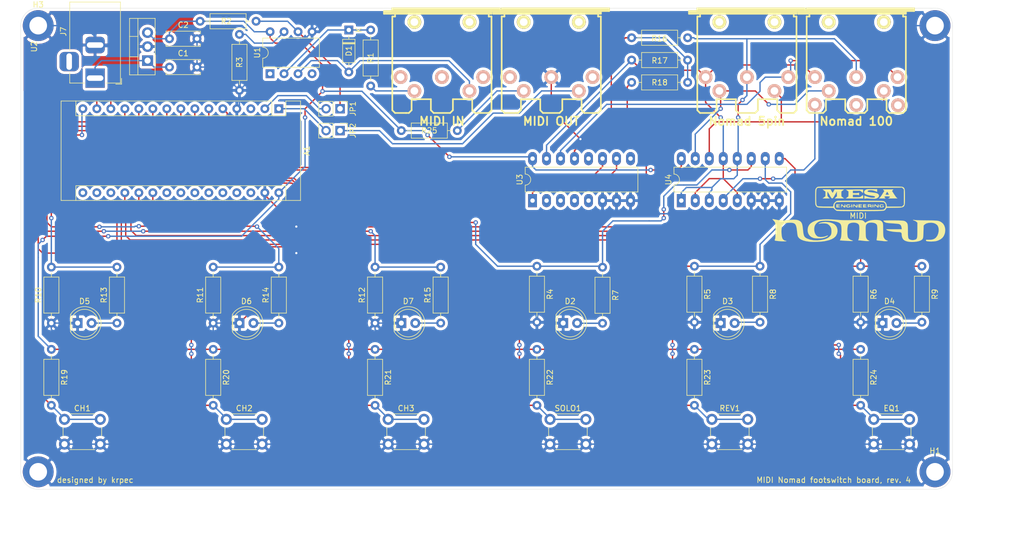
<source format=kicad_pcb>
(kicad_pcb (version 20171130) (host pcbnew 5.1.5)
  (title_block (title "MIDI Nomad") (date 2020-04-06) (rev 5) (company "krpec - dittrich.r@gmail.com") (comment 1 Untested.) (comment 4 "Partially inspired by HappySwitch - happyswitch.it"))
  (layers (0 F.Cu signal) (31 B.Cu signal) (34 B.Paste user) (35 F.Paste user) (36 B.SilkS user) (37 F.SilkS user) (38 B.Mask user) (39 F.Mask user) (44 Edge.Cuts user))
  (net 0 "")
  (net 1 "Net-(A1-Pad1)")
  (net 2 "Net-(A1-Pad17)")
  (net 3 "Net-(A1-Pad2)")
  (net 4 "Net-(A1-Pad18)")
  (net 5 "Net-(A1-Pad3)")
  (net 6 Arduino_A0)
  (net 7 GNDREF)
  (net 8 Arduino_A1)
  (net 9 Arduino_D2)
  (net 10 Arduino_A2)
  (net 11 Arduino_D3)
  (net 12 "Net-(A1-Pad22)")
  (net 13 Arduino_D4)
  (net 14 "Net-(A1-Pad23)")
  (net 15 Arduino_D5)
  (net 16 "Net-(A1-Pad24)")
  (net 17 Arduino_D6)
  (net 18 "Net-(A1-Pad25)")
  (net 19 Arduino_D7)
  (net 20 "Net-(A1-Pad26)")
  (net 21 Arduino_D8)
  (net 22 "Net-(A1-Pad27)")
  (net 23 Arduino_D9)
  (net 24 "Net-(A1-Pad28)")
  (net 25 Arduino_D10)
  (net 26 Arduino_D11)
  (net 27 +5V)
  (net 28 Arduino_D12)
  (net 29 "Net-(A1-Pad16)")
  (net 30 "Net-(C1-Pad1)")
  (net 31 "Net-(D1-Pad1)")
  (net 32 "Net-(D1-Pad2)")
  (net 33 "Net-(D2-Pad2)")
  (net 34 "Net-(D3-Pad2)")
  (net 35 "Net-(D4-Pad2)")
  (net 36 "Net-(D5-Pad2)")
  (net 37 "Net-(D6-Pad2)")
  (net 38 "Net-(D7-Pad2)")
  (net 39 "Net-(J1-Pad3)")
  (net 40 "Net-(J1-Pad4)")
  (net 41 "Net-(J1-Pad2)")
  (net 42 "Net-(J1-Pad1)")
  (net 43 "Net-(J2-Pad3)")
  (net 44 "Net-(J2-Pad4)")
  (net 45 "Net-(J2-Pad1)")
  (net 46 Tx)
  (net 47 MESA_VCH)
  (net 48 +2V)
  (net 49 -3V)
  (net 50 "Net-(J4-Pad7)")
  (net 51 Rx)
  (net 52 "Net-(R3-Pad1)")
  (net 53 "Net-(R16-Pad1)")
  (net 54 "Net-(R18-Pad1)")
  (net 55 "Net-(U1-Pad1)")
  (net 56 "Net-(U1-Pad4)")
  (net 57 "Net-(U3-Pad9)")
  (net 58 "Net-(U3-Pad2)")
  (net 59 "Net-(U3-Pad3)")
  (net 60 "Net-(U3-Pad4)")
  (net 61 "Net-(U3-Pad12)")
  (net 62 "Net-(U3-Pad5)")
  (net 63 "MESA_SWB_(REV)")
  (net 64 "MESA_SWA_(SOLO)")
  (net 65 "MESA_SWC_(EQ)")
  (module midinomad-mux:board-logo (layer F.Cu) (at 172.24375 58.7375)
    (fp_text reference G*** hide)
    (fp_text value LOGO hide)
  )
  (module Package_TO_SOT_THT:TO-220-3_Vertical (layer F.Cu) (at 42.8625 31.75 90)
    (fp_text reference U2 (at 2.54 -20.58 90) (layer F.SilkS))
    (fp_text value L7805)
    (pad 3 thru_hole oval (at 5.08 0 90) (size 1.905 2) (drill 1.1) (layers *.Cu *.Mask) (net 27 +5V))
    (pad 2 thru_hole oval (at 2.54 0 90) (size 1.905 2) (drill 1.1) (layers *.Cu *.Mask) (net 7 GNDREF))
    (pad 1 thru_hole rect (at 0 0 90) (size 1.905 2) (drill 1.1) (layers *.Cu *.Mask) (net 30 "Net-(C1-Pad1)"))
  )
  (module Resistor_THT:R_Axial_DIN0207_L6.3mm_D2.5mm_P10.16mm_Horizontal (layer F.Cu) (at 172.24375 69.05625 270)
    (fp_text reference R6 (at 5.08 -2.37 90) (layer F.SilkS))
    (fp_text value 10k)
    (pad 1 thru_hole circle (at 0 0 270) (size 1.6 1.6) (drill 0.8) (layers *.Cu *.Mask) (net 17 Arduino_D6))
    (pad 2 thru_hole oval (at 10.16 0 270) (size 1.6 1.6) (drill 0.8) (layers *.Cu *.Mask) (net 7 GNDREF))
  )
  (module Resistor_THT:R_Axial_DIN0207_L6.3mm_D2.5mm_P10.16mm_Horizontal (layer F.Cu) (at 172.24375 84.1375 270)
    (fp_text reference R24 (at 5.08 -2.37 90) (layer F.SilkS))
    (fp_text value 10k)
    (pad 1 thru_hole circle (at 0 0 270) (size 1.6 1.6) (drill 0.8) (layers *.Cu *.Mask) (net 27 +5V))
    (pad 2 thru_hole oval (at 10.16 0 270) (size 1.6 1.6) (drill 0.8) (layers *.Cu *.Mask) (net 10 Arduino_A2))
  )
  (module LED_THT:LED_D5.0mm (layer F.Cu) (at 118.26875 79.375)
    (fp_text reference D2 (at 1.27 -3.96) (layer F.SilkS))
    (fp_text value LED)
    (pad 1 thru_hole rect (at 0 0) (size 1.8 1.8) (drill 0.9) (layers *.Cu *.Mask) (net 7 GNDREF))
    (pad 2 thru_hole circle (at 2.54 0) (size 1.8 1.8) (drill 0.9) (layers *.Cu *.Mask) (net 33 "Net-(D2-Pad2)"))
  )
  (module Package_DIP:DIP-16_W7.62mm_LongPads (layer F.Cu) (at 139.7 57.15 90)
    (fp_text reference U4 (at 3.81 -2.33 90) (layer F.SilkS))
    (fp_text value 74HC4053)
    (pad 16 thru_hole oval (at 7.62 0 90) (size 2.4 1.6) (drill 0.8) (layers *.Cu *.Mask) (net 27 +5V))
    (pad 8 thru_hole oval (at 0 17.78 90) (size 2.4 1.6) (drill 0.8) (layers *.Cu *.Mask) (net 7 GNDREF))
    (pad 15 thru_hole oval (at 7.62 2.54 90) (size 2.4 1.6) (drill 0.8) (layers *.Cu *.Mask) (net 63 "MESA_SWB_(REV)"))
    (pad 7 thru_hole oval (at 0 15.24 90) (size 2.4 1.6) (drill 0.8) (layers *.Cu *.Mask) (net 7 GNDREF))
    (pad 14 thru_hole oval (at 7.62 5.08 90) (size 2.4 1.6) (drill 0.8) (layers *.Cu *.Mask) (net 64 "MESA_SWA_(SOLO)"))
    (pad 6 thru_hole oval (at 0 12.7 90) (size 2.4 1.6) (drill 0.8) (layers *.Cu *.Mask) (net 7 GNDREF))
    (pad 13 thru_hole oval (at 7.62 7.62 90) (size 2.4 1.6) (drill 0.8) (layers *.Cu *.Mask) (net 49 -3V))
    (pad 5 thru_hole oval (at 0 10.16 90) (size 2.4 1.6) (drill 0.8) (layers *.Cu *.Mask) (net 49 -3V))
    (pad 12 thru_hole oval (at 7.62 10.16 90) (size 2.4 1.6) (drill 0.8) (layers *.Cu *.Mask) (net 48 +2V))
    (pad 4 thru_hole oval (at 0 7.62 90) (size 2.4 1.6) (drill 0.8) (layers *.Cu *.Mask) (net 65 "MESA_SWC_(EQ)"))
    (pad 11 thru_hole oval (at 7.62 12.7 90) (size 2.4 1.6) (drill 0.8) (layers *.Cu *.Mask) (net 13 Arduino_D4))
    (pad 3 thru_hole oval (at 0 5.08 90) (size 2.4 1.6) (drill 0.8) (layers *.Cu *.Mask) (net 48 +2V))
    (pad 10 thru_hole oval (at 7.62 15.24 90) (size 2.4 1.6) (drill 0.8) (layers *.Cu *.Mask) (net 15 Arduino_D5))
    (pad 2 thru_hole oval (at 0 2.54 90) (size 2.4 1.6) (drill 0.8) (layers *.Cu *.Mask) (net 49 -3V))
    (pad 9 thru_hole oval (at 7.62 17.78 90) (size 2.4 1.6) (drill 0.8) (layers *.Cu *.Mask) (net 17 Arduino_D6))
    (pad 1 thru_hole rect (at 0 0 90) (size 2.4 1.6) (drill 0.8) (layers *.Cu *.Mask) (net 48 +2V))
  )
  (module Resistor_THT:R_Axial_DIN0207_L6.3mm_D2.5mm_P10.16mm_Horizontal (layer F.Cu) (at 83.34375 26.19375 270)
    (fp_text reference R1 (at 5.08 0 90) (layer F.SilkS))
    (fp_text value 220R)
    (pad 1 thru_hole circle (at 0 0 270) (size 1.6 1.6) (drill 0.8) (layers *.Cu *.Mask) (net 31 "Net-(D1-Pad1)"))
    (pad 2 thru_hole oval (at 10.16 0 270) (size 1.6 1.6) (drill 0.8) (layers *.Cu *.Mask) (net 40 "Net-(J1-Pad4)"))
  )
  (module MountingHole:MountingHole_3.2mm_M3_DIN965_Pad (layer F.Cu) (at 23.01875 25.4)
    (fp_text reference H3 (at 0 -3.8) (layer F.SilkS))
    (fp_text value MountingHole_Pad)
    (pad 1 thru_hole circle (at 0 0) (size 5.6 5.6) (drill 3.2) (layers *.Cu *.Mask) (net 7 GNDREF))
  )
  (module Button_Switch_THT:SW_PUSH_6mm (layer F.Cu) (at 27.78125 96.8375)
    (fp_text reference CH1 (at 3.25 -2) (layer F.SilkS))
    (fp_text value SW_Push)
    (pad 2 thru_hole circle (at 0 4.5 90) (size 2 2) (drill 1.1) (layers *.Cu *.Mask) (net 7 GNDREF))
    (pad 1 thru_hole circle (at 0 0 90) (size 2 2) (drill 1.1) (layers *.Cu *.Mask) (net 25 Arduino_D10))
    (pad 2 thru_hole circle (at 6.5 4.5 90) (size 2 2) (drill 1.1) (layers *.Cu *.Mask) (net 7 GNDREF))
    (pad 1 thru_hole circle (at 6.5 0 90) (size 2 2) (drill 1.1) (layers *.Cu *.Mask) (net 25 Arduino_D10))
  )
  (module Button_Switch_THT:SW_PUSH_6mm (layer F.Cu) (at 57.15 96.8375)
    (fp_text reference CH2 (at 3.25 -2) (layer F.SilkS))
    (fp_text value SW_Push)
    (pad 2 thru_hole circle (at 0 4.5 90) (size 2 2) (drill 1.1) (layers *.Cu *.Mask) (net 7 GNDREF))
    (pad 1 thru_hole circle (at 0 0 90) (size 2 2) (drill 1.1) (layers *.Cu *.Mask) (net 26 Arduino_D11))
    (pad 2 thru_hole circle (at 6.5 4.5 90) (size 2 2) (drill 1.1) (layers *.Cu *.Mask) (net 7 GNDREF))
    (pad 1 thru_hole circle (at 6.5 0 90) (size 2 2) (drill 1.1) (layers *.Cu *.Mask) (net 26 Arduino_D11))
  )
  (module Button_Switch_THT:SW_PUSH_6mm (layer F.Cu) (at 86.51875 96.8375)
    (fp_text reference CH3 (at 3.25 -2) (layer F.SilkS))
    (fp_text value SW_Push)
    (pad 2 thru_hole circle (at 0 4.5 90) (size 2 2) (drill 1.1) (layers *.Cu *.Mask) (net 7 GNDREF))
    (pad 1 thru_hole circle (at 0 0 90) (size 2 2) (drill 1.1) (layers *.Cu *.Mask) (net 28 Arduino_D12))
    (pad 2 thru_hole circle (at 6.5 4.5 90) (size 2 2) (drill 1.1) (layers *.Cu *.Mask) (net 7 GNDREF))
    (pad 1 thru_hole circle (at 6.5 0 90) (size 2 2) (drill 1.1) (layers *.Cu *.Mask) (net 28 Arduino_D12))
  )
  (module Capacitor_THT:C_Disc_D6.0mm_W2.5mm_P5.00mm (layer F.Cu) (at 46.83125 27.78125)
    (fp_text reference C2 (at 2.5 -2.5) (layer F.SilkS))
    (fp_text value 0.1uF)
    (pad 1 thru_hole circle (at 0 0) (size 1.6 1.6) (drill 0.8) (layers *.Cu *.Mask) (net 27 +5V))
    (pad 2 thru_hole circle (at 5 0) (size 1.6 1.6) (drill 0.8) (layers *.Cu *.Mask) (net 7 GNDREF))
  )
  (module Resistor_THT:R_Axial_DIN0207_L6.3mm_D2.5mm_P10.16mm_Horizontal (layer F.Cu) (at 37.30625 79.375 90)
    (fp_text reference R13 (at 5.08 -2.37 90) (layer F.SilkS))
    (fp_text value 220R)
    (pad 1 thru_hole circle (at 0 0 90) (size 1.6 1.6) (drill 0.8) (layers *.Cu *.Mask) (net 36 "Net-(D5-Pad2)"))
    (pad 2 thru_hole oval (at 10.16 0 90) (size 1.6 1.6) (drill 0.8) (layers *.Cu *.Mask) (net 19 Arduino_D7))
  )
  (module Connector_BarrelJack:BarrelJack_Horizontal (layer F.Cu) (at 33.3375 34.925 270)
    (fp_text reference J7 (at -8.45 5.75 90) (layer F.SilkS))
    (fp_text value "DC IN")
    (pad 1 thru_hole rect (at 0 0 270) (size 3.5 3.5) (drill oval 1 3) (layers *.Cu *.Mask) (net 30 "Net-(C1-Pad1)"))
    (pad 2 thru_hole roundrect (at -6 0 270) (size 3 3.5) (drill oval 1 3) (layers *.Cu *.Mask) (net 7 GNDREF))
    (pad 3 thru_hole roundrect (at -3 4.7 270) (size 3.5 3.5) (drill oval 3 1) (layers *.Cu *.Mask))
  )
  (module midinomad:din-8 (layer F.Cu) (at 171.45 31.75 180)
    (fp_text reference J4 hide)
    (fp_text value "Nomad 100" hide)
    (fp_text user "Nomad 100" (at 0 -11.00074) (layer F.SilkS) (effects (font (size 1.524 1.524) (thickness 0.3048))))
    (pad 2 thru_hole circle (at 0 -2.99974 180) (size 2.49936 2.49936) (drill 1.397) (layers *.Cu *.SilkS *.Mask) (net 48 +2V))
    (pad "" np_thru_hole circle (at -5.00126 6.9977 180) (size 2.49936 2.49936) (drill 1.397) (layers *.Cu *.Mask F.SilkS))
    (pad 3 thru_hole circle (at -7.49808 -2.9972 180) (size 2.49936 2.49936) (drill 1.397) (layers *.Cu *.SilkS *.Mask) (net 47 MESA_VCH))
    (pad 5 thru_hole circle (at -4.99618 -5.4991 180) (size 2.49936 2.49936) (drill 1.397) (layers *.Cu *.SilkS *.Mask) (net 64 "MESA_SWA_(SOLO)"))
    (pad 1 thru_hole circle (at 7.49808 -2.9972 180) (size 2.49936 2.49936) (drill 1.397) (layers *.Cu *.SilkS *.Mask) (net 49 -3V))
    (pad "" np_thru_hole circle (at 5.00126 6.9977 180) (size 2.49936 2.49936) (drill 1.397) (layers *.Cu *.Mask F.SilkS))
    (pad 4 thru_hole circle (at 4.99618 -5.4991 180) (size 2.49936 2.49936) (drill 1.397) (layers *.Cu *.SilkS *.Mask) (net 63 "MESA_SWB_(REV)"))
    (pad 6 thru_hole circle (at 7.50808 -8 180) (size 2.49936 2.49936) (drill 1.397) (layers *.Cu *.SilkS *.Mask) (net 65 "MESA_SWC_(EQ)"))
    (pad 8 thru_hole circle (at 0 -8.0372 180) (size 2.49936 2.49936) (drill 1.397) (layers *.Cu *.SilkS *.Mask))
    (pad 7 thru_hole circle (at -7.57192 -8.0972 180) (size 2.49936 2.49936) (drill 1.397) (layers *.Cu *.SilkS *.Mask) (net 50 "Net-(J4-Pad7)"))
  )
  (module Resistor_THT:R_Axial_DIN0207_L6.3mm_D2.5mm_P10.16mm_Horizontal (layer F.Cu) (at 130.69375 31.6525)
    (fp_text reference R17 (at 5.08 0.0975) (layer F.SilkS))
    (fp_text value 5k6)
    (pad 1 thru_hole circle (at 0 0) (size 1.6 1.6) (drill 0.8) (layers *.Cu *.Mask) (net 49 -3V))
    (pad 2 thru_hole oval (at 10.16 0) (size 1.6 1.6) (drill 0.8) (layers *.Cu *.Mask) (net 53 "Net-(R16-Pad1)"))
  )
  (module Resistor_THT:R_Axial_DIN0207_L6.3mm_D2.5mm_P10.16mm_Horizontal (layer F.Cu) (at 52.3875 24.60625)
    (fp_text reference R2 (at 4.7625 0) (layer F.SilkS))
    (fp_text value "220R ")
    (pad 1 thru_hole circle (at 0 0) (size 1.6 1.6) (drill 0.8) (layers *.Cu *.Mask) (net 27 +5V))
    (pad 2 thru_hole oval (at 10.16 0) (size 1.6 1.6) (drill 0.8) (layers *.Cu *.Mask) (net 51 Rx))
  )
  (module Resistor_THT:R_Axial_DIN0207_L6.3mm_D2.5mm_P10.16mm_Horizontal (layer F.Cu) (at 130.69375 27.6025)
    (fp_text reference R16 (at 5.0375 0.17875) (layer F.SilkS))
    (fp_text value 9k1)
    (pad 1 thru_hole circle (at 0 0) (size 1.6 1.6) (drill 0.8) (layers *.Cu *.Mask) (net 53 "Net-(R16-Pad1)"))
    (pad 2 thru_hole oval (at 10.16 0) (size 1.6 1.6) (drill 0.8) (layers *.Cu *.Mask) (net 48 +2V))
  )
  (module Resistor_THT:R_Axial_DIN0207_L6.3mm_D2.5mm_P10.16mm_Horizontal (layer F.Cu) (at 25.4 79.375 90)
    (fp_text reference R10 (at 5.08 -2.37 90) (layer F.SilkS))
    (fp_text value 10k)
    (pad 1 thru_hole circle (at 0 0 90) (size 1.6 1.6) (drill 0.8) (layers *.Cu *.Mask) (net 7 GNDREF))
    (pad 2 thru_hole oval (at 10.16 0 90) (size 1.6 1.6) (drill 0.8) (layers *.Cu *.Mask) (net 19 Arduino_D7))
  )
  (module MountingHole:MountingHole_3.2mm_M3_DIN965_Pad (layer F.Cu) (at 185.7375 106.3625)
    (fp_text reference H1 (at 0 -3.8) (layer F.SilkS))
    (fp_text value MountingHole_Pad)
    (pad 1 thru_hole circle (at 0 0) (size 5.6 5.6) (drill 3.2) (layers *.Cu *.Mask) (net 7 GNDREF))
  )
  (module MountingHole:MountingHole_3.2mm_M3_DIN965_Pad (layer F.Cu) (at 23.01875 106.3625)
    (fp_text reference H2 hide)
    (fp_text value MountingHole_Pad hide)
    (pad 1 thru_hole circle (at 0 0) (size 5.6 5.6) (drill 3.2) (layers *.Cu *.Mask) (net 7 GNDREF))
  )
  (module Resistor_THT:R_Axial_DIN0207_L6.3mm_D2.5mm_P10.16mm_Horizontal (layer F.Cu) (at 125.4125 69.24675 270)
    (fp_text reference R7 (at 5.08 -2.37 90) (layer F.SilkS))
    (fp_text value 220R)
    (pad 1 thru_hole circle (at 0 0 270) (size 1.6 1.6) (drill 0.8) (layers *.Cu *.Mask) (net 13 Arduino_D4))
    (pad 2 thru_hole oval (at 10.16 0 270) (size 1.6 1.6) (drill 0.8) (layers *.Cu *.Mask) (net 33 "Net-(D2-Pad2)"))
  )
  (module LED_THT:LED_D5.0mm (layer F.Cu) (at 59.53125 79.375)
    (fp_text reference D6 (at 1.27 -3.96) (layer F.SilkS))
    (fp_text value LED)
    (pad 1 thru_hole rect (at 0 0) (size 1.8 1.8) (drill 0.9) (layers *.Cu *.Mask) (net 7 GNDREF))
    (pad 2 thru_hole circle (at 2.54 0) (size 1.8 1.8) (drill 0.9) (layers *.Cu *.Mask) (net 37 "Net-(D6-Pad2)"))
  )
  (module LED_THT:LED_D5.0mm (layer F.Cu) (at 88.9 79.375)
    (fp_text reference D7 (at 1.27 -3.96) (layer F.SilkS))
    (fp_text value LED)
    (pad 1 thru_hole rect (at 0 0) (size 1.8 1.8) (drill 0.9) (layers *.Cu *.Mask) (net 7 GNDREF))
    (pad 2 thru_hole circle (at 2.54 0) (size 1.8 1.8) (drill 0.9) (layers *.Cu *.Mask) (net 38 "Net-(D7-Pad2)"))
  )
  (module Resistor_THT:R_Axial_DIN0207_L6.3mm_D2.5mm_P10.16mm_Horizontal (layer F.Cu) (at 25.4 84.1375 270)
    (fp_text reference R19 (at 5.08 -2.37 90) (layer F.SilkS))
    (fp_text value 10k)
    (pad 1 thru_hole circle (at 0 0 270) (size 1.6 1.6) (drill 0.8) (layers *.Cu *.Mask) (net 27 +5V))
    (pad 2 thru_hole oval (at 10.16 0 270) (size 1.6 1.6) (drill 0.8) (layers *.Cu *.Mask) (net 25 Arduino_D10))
  )
  (module w_conn_av:din-5 (layer F.Cu) (at 96.266 31.75 180)
    (fp_text reference J1 hide)
    (fp_text value "MIDI IN" (at 0 -11.00074) (layer F.SilkS) (effects (font (size 1.524 1.524) (thickness 0.3048))))
    (pad 3 thru_hole circle (at -7.49808 -2.9972 180) (size 2.49936 2.49936) (drill 1.397) (layers *.Cu *.SilkS *.Mask) (net 39 "Net-(J1-Pad3)"))
    (pad 4 thru_hole circle (at 4.99618 -5.4991 180) (size 2.49936 2.49936) (drill 1.397) (layers *.Cu *.SilkS *.Mask) (net 40 "Net-(J1-Pad4)"))
    (pad 2 thru_hole circle (at 0 -2.99974 180) (size 2.49936 2.49936) (drill 1.397) (layers *.Cu *.SilkS *.Mask) (net 41 "Net-(J1-Pad2)"))
    (pad 1 thru_hole circle (at 7.49808 -2.9972 180) (size 2.49936 2.49936) (drill 1.397) (layers *.Cu *.SilkS *.Mask) (net 42 "Net-(J1-Pad1)"))
    (pad 5 thru_hole circle (at -4.99618 -5.4991 180) (size 2.49936 2.49936) (drill 1.397) (layers *.Cu *.SilkS *.Mask) (net 32 "Net-(D1-Pad2)"))
    (pad "" np_thru_hole circle (at 5.00126 6.9977 180) (size 2.49936 2.49936) (drill 1.397) (layers *.Cu *.Mask F.SilkS))
    (pad "" np_thru_hole circle (at -5.00126 6.9977 180) (size 2.49936 2.49936) (drill 1.397) (layers *.Cu *.Mask F.SilkS))
  )
  (module Resistor_THT:R_Axial_DIN0207_L6.3mm_D2.5mm_P10.16mm_Horizontal (layer F.Cu) (at 113.50625 69.05625 270)
    (fp_text reference R4 (at 5.08 -2.37 90) (layer F.SilkS))
    (fp_text value 10k)
    (pad 1 thru_hole circle (at 0 0 270) (size 1.6 1.6) (drill 0.8) (layers *.Cu *.Mask) (net 13 Arduino_D4))
    (pad 2 thru_hole oval (at 10.16 0 270) (size 1.6 1.6) (drill 0.8) (layers *.Cu *.Mask) (net 7 GNDREF))
  )
  (module MountingHole:MountingHole_3.2mm_M3_DIN965_Pad (layer F.Cu) (at 185.7375 25.4)
    (fp_text reference H4 hide)
    (fp_text value MountingHole_Pad)
    (pad 1 thru_hole circle (at 0 0) (size 5.6 5.6) (drill 3.2) (layers *.Cu *.Mask) (net 7 GNDREF))
  )
  (module Resistor_THT:R_Axial_DIN0207_L6.3mm_D2.5mm_P10.16mm_Horizontal (layer F.Cu) (at 66.675 79.375 90)
    (fp_text reference R14 (at 5.08 -2.37 90) (layer F.SilkS))
    (fp_text value 220R)
    (pad 1 thru_hole circle (at 0 0 90) (size 1.6 1.6) (drill 0.8) (layers *.Cu *.Mask) (net 37 "Net-(D6-Pad2)"))
    (pad 2 thru_hole oval (at 10.16 0 90) (size 1.6 1.6) (drill 0.8) (layers *.Cu *.Mask) (net 21 Arduino_D8))
  )
  (module Button_Switch_THT:SW_PUSH_6mm (layer F.Cu) (at 145.25625 96.8375)
    (fp_text reference REV1 (at 3.25 -2) (layer F.SilkS))
    (fp_text value SW_Push)
    (pad 2 thru_hole circle (at 0 4.5 90) (size 2 2) (drill 1.1) (layers *.Cu *.Mask) (net 7 GNDREF))
    (pad 1 thru_hole circle (at 0 0 90) (size 2 2) (drill 1.1) (layers *.Cu *.Mask) (net 8 Arduino_A1))
    (pad 2 thru_hole circle (at 6.5 4.5 90) (size 2 2) (drill 1.1) (layers *.Cu *.Mask) (net 7 GNDREF))
    (pad 1 thru_hole circle (at 6.5 0 90) (size 2 2) (drill 1.1) (layers *.Cu *.Mask) (net 8 Arduino_A1))
  )
  (module Diode_THT:D_DO-35_SOD27_P7.62mm_Horizontal (layer F.Cu) (at 79.375 26.19375 270)
    (fp_text reference D1 (at 3.81 0 90) (layer F.SilkS))
    (fp_text value 1N4148)
    (fp_text user K (at 0 -1.8 90) (layer F.SilkS))
    (pad 1 thru_hole rect (at 0 0 270) (size 1.6 1.6) (drill 0.8) (layers *.Cu *.Mask) (net 31 "Net-(D1-Pad1)"))
    (pad 2 thru_hole oval (at 7.62 0 270) (size 1.6 1.6) (drill 0.8) (layers *.Cu *.Mask) (net 32 "Net-(D1-Pad2)"))
  )
  (module LED_THT:LED_D5.0mm (layer F.Cu) (at 30.1625 79.375)
    (fp_text reference D5 (at 1.27 -3.96) (layer F.SilkS))
    (fp_text value LED)
    (pad 1 thru_hole rect (at 0 0) (size 1.8 1.8) (drill 0.9) (layers *.Cu *.Mask) (net 7 GNDREF))
    (pad 2 thru_hole circle (at 2.54 0) (size 1.8 1.8) (drill 0.9) (layers *.Cu *.Mask) (net 36 "Net-(D5-Pad2)"))
  )
  (module Resistor_THT:R_Axial_DIN0207_L6.3mm_D2.5mm_P10.16mm_Horizontal (layer F.Cu) (at 183.35625 69.05625 270)
    (fp_text reference R9 (at 5.08 -2.37 90) (layer F.SilkS))
    (fp_text value 220R)
    (pad 1 thru_hole circle (at 0 0 270) (size 1.6 1.6) (drill 0.8) (layers *.Cu *.Mask) (net 17 Arduino_D6))
    (pad 2 thru_hole oval (at 10.16 0 270) (size 1.6 1.6) (drill 0.8) (layers *.Cu *.Mask) (net 35 "Net-(D4-Pad2)"))
  )
  (module Module:Arduino_Nano (layer F.Cu) (at 66.675 40.48125 270)
    (fp_text reference A1 (at 7.62 -5.08 90) (layer F.SilkS))
    (fp_text value Arduino_Nano_v3.x)
    (pad 1 thru_hole rect (at 0 0 270) (size 1.6 1.6) (drill 0.8) (layers *.Cu *.Mask) (net 1 "Net-(A1-Pad1)"))
    (pad 17 thru_hole oval (at 15.24 33.02 270) (size 1.6 1.6) (drill 0.8) (layers *.Cu *.Mask) (net 2 "Net-(A1-Pad17)"))
    (pad 2 thru_hole oval (at 0 2.54 270) (size 1.6 1.6) (drill 0.8) (layers *.Cu *.Mask) (net 3 "Net-(A1-Pad2)"))
    (pad 18 thru_hole oval (at 15.24 30.48 270) (size 1.6 1.6) (drill 0.8) (layers *.Cu *.Mask) (net 4 "Net-(A1-Pad18)"))
    (pad 3 thru_hole oval (at 0 5.08 270) (size 1.6 1.6) (drill 0.8) (layers *.Cu *.Mask) (net 5 "Net-(A1-Pad3)"))
    (pad 19 thru_hole oval (at 15.24 27.94 270) (size 1.6 1.6) (drill 0.8) (layers *.Cu *.Mask) (net 6 Arduino_A0))
    (pad 4 thru_hole oval (at 0 7.62 270) (size 1.6 1.6) (drill 0.8) (layers *.Cu *.Mask) (net 7 GNDREF))
    (pad 20 thru_hole oval (at 15.24 25.4 270) (size 1.6 1.6) (drill 0.8) (layers *.Cu *.Mask) (net 8 Arduino_A1))
    (pad 5 thru_hole oval (at 0 10.16 270) (size 1.6 1.6) (drill 0.8) (layers *.Cu *.Mask) (net 9 Arduino_D2))
    (pad 21 thru_hole oval (at 15.24 22.86 270) (size 1.6 1.6) (drill 0.8) (layers *.Cu *.Mask) (net 10 Arduino_A2))
    (pad 6 thru_hole oval (at 0 12.7 270) (size 1.6 1.6) (drill 0.8) (layers *.Cu *.Mask) (net 11 Arduino_D3))
    (pad 22 thru_hole oval (at 15.24 20.32 270) (size 1.6 1.6) (drill 0.8) (layers *.Cu *.Mask) (net 12 "Net-(A1-Pad22)"))
    (pad 7 thru_hole oval (at 0 15.24 270) (size 1.6 1.6) (drill 0.8) (layers *.Cu *.Mask) (net 13 Arduino_D4))
    (pad 23 thru_hole oval (at 15.24 17.78 270) (size 1.6 1.6) (drill 0.8) (layers *.Cu *.Mask) (net 14 "Net-(A1-Pad23)"))
    (pad 8 thru_hole oval (at 0 17.78 270) (size 1.6 1.6) (drill 0.8) (layers *.Cu *.Mask) (net 15 Arduino_D5))
    (pad 24 thru_hole oval (at 15.24 15.24 270) (size 1.6 1.6) (drill 0.8) (layers *.Cu *.Mask) (net 16 "Net-(A1-Pad24)"))
    (pad 9 thru_hole oval (at 0 20.32 270) (size 1.6 1.6) (drill 0.8) (layers *.Cu *.Mask) (net 17 Arduino_D6))
    (pad 25 thru_hole oval (at 15.24 12.7 270) (size 1.6 1.6) (drill 0.8) (layers *.Cu *.Mask) (net 18 "Net-(A1-Pad25)"))
    (pad 10 thru_hole oval (at 0 22.86 270) (size 1.6 1.6) (drill 0.8) (layers *.Cu *.Mask) (net 19 Arduino_D7))
    (pad 26 thru_hole oval (at 15.24 10.16 270) (size 1.6 1.6) (drill 0.8) (layers *.Cu *.Mask) (net 20 "Net-(A1-Pad26)"))
    (pad 11 thru_hole oval (at 0 25.4 270) (size 1.6 1.6) (drill 0.8) (layers *.Cu *.Mask) (net 21 Arduino_D8))
    (pad 27 thru_hole oval (at 15.24 7.62 270) (size 1.6 1.6) (drill 0.8) (layers *.Cu *.Mask) (net 22 "Net-(A1-Pad27)"))
    (pad 12 thru_hole oval (at 0 27.94 270) (size 1.6 1.6) (drill 0.8) (layers *.Cu *.Mask) (net 23 Arduino_D9))
    (pad 28 thru_hole oval (at 15.24 5.08 270) (size 1.6 1.6) (drill 0.8) (layers *.Cu *.Mask) (net 24 "Net-(A1-Pad28)"))
    (pad 13 thru_hole oval (at 0 30.48 270) (size 1.6 1.6) (drill 0.8) (layers *.Cu *.Mask) (net 25 Arduino_D10))
    (pad 29 thru_hole oval (at 15.24 2.54 270) (size 1.6 1.6) (drill 0.8) (layers *.Cu *.Mask) (net 7 GNDREF))
    (pad 14 thru_hole oval (at 0 33.02 270) (size 1.6 1.6) (drill 0.8) (layers *.Cu *.Mask) (net 26 Arduino_D11))
    (pad 30 thru_hole oval (at 15.24 0 270) (size 1.6 1.6) (drill 0.8) (layers *.Cu *.Mask) (net 27 +5V))
    (pad 15 thru_hole oval (at 0 35.56 270) (size 1.6 1.6) (drill 0.8) (layers *.Cu *.Mask) (net 28 Arduino_D12))
    (pad 16 thru_hole oval (at 15.24 35.56 270) (size 1.6 1.6) (drill 0.8) (layers *.Cu *.Mask) (net 29 "Net-(A1-Pad16)"))
  )
  (module Connector_PinHeader_2.54mm:PinHeader_1x02_P2.54mm_Vertical (layer F.Cu) (at 77.7875 44.45 270)
    (fp_text reference JP2 (at 0 -2.33 90) (layer F.SilkS))
    (fp_text value Jumper)
    (pad 1 thru_hole rect (at 0 0 270) (size 1.7 1.7) (drill 1) (layers *.Cu *.Mask) (net 46 Tx))
    (pad 2 thru_hole oval (at 0 2.54 270) (size 1.7 1.7) (drill 1) (layers *.Cu *.Mask) (net 1 "Net-(A1-Pad1)"))
  )
  (module Resistor_THT:R_Axial_DIN0207_L6.3mm_D2.5mm_P10.16mm_Horizontal (layer F.Cu) (at 96.04375 79.375 90)
    (fp_text reference R15 (at 5.08 -2.37 90) (layer F.SilkS))
    (fp_text value 220R)
    (pad 1 thru_hole circle (at 0 0 90) (size 1.6 1.6) (drill 0.8) (layers *.Cu *.Mask) (net 38 "Net-(D7-Pad2)"))
    (pad 2 thru_hole oval (at 10.16 0 90) (size 1.6 1.6) (drill 0.8) (layers *.Cu *.Mask) (net 23 Arduino_D9))
  )
  (module Resistor_THT:R_Axial_DIN0207_L6.3mm_D2.5mm_P10.16mm_Horizontal (layer F.Cu) (at 54.76875 84.1375 270)
    (fp_text reference R20 (at 5.08 -2.37 90) (layer F.SilkS))
    (fp_text value 10k)
    (pad 1 thru_hole circle (at 0 0 270) (size 1.6 1.6) (drill 0.8) (layers *.Cu *.Mask) (net 27 +5V))
    (pad 2 thru_hole oval (at 10.16 0 270) (size 1.6 1.6) (drill 0.8) (layers *.Cu *.Mask) (net 26 Arduino_D11))
  )
  (module Resistor_THT:R_Axial_DIN0207_L6.3mm_D2.5mm_P10.16mm_Horizontal (layer F.Cu) (at 54.76875 79.375 90)
    (fp_text reference R11 (at 5.08 -2.37 90) (layer F.SilkS))
    (fp_text value 10k)
    (pad 1 thru_hole circle (at 0 0 90) (size 1.6 1.6) (drill 0.8) (layers *.Cu *.Mask) (net 7 GNDREF))
    (pad 2 thru_hole oval (at 10.16 0 90) (size 1.6 1.6) (drill 0.8) (layers *.Cu *.Mask) (net 21 Arduino_D8))
  )
  (module Button_Switch_THT:SW_PUSH_6mm (layer F.Cu) (at 115.8875 96.8375)
    (fp_text reference SOLO1 (at 3.25 -2) (layer F.SilkS))
    (fp_text value SW_Push)
    (pad 2 thru_hole circle (at 0 4.5 90) (size 2 2) (drill 1.1) (layers *.Cu *.Mask) (net 7 GNDREF))
    (pad 1 thru_hole circle (at 0 0 90) (size 2 2) (drill 1.1) (layers *.Cu *.Mask) (net 6 Arduino_A0))
    (pad 2 thru_hole circle (at 6.5 4.5 90) (size 2 2) (drill 1.1) (layers *.Cu *.Mask) (net 7 GNDREF))
    (pad 1 thru_hole circle (at 6.5 0 90) (size 2 2) (drill 1.1) (layers *.Cu *.Mask) (net 6 Arduino_A0))
  )
  (module Resistor_THT:R_Axial_DIN0207_L6.3mm_D2.5mm_P10.16mm_Horizontal (layer F.Cu) (at 84.1375 79.375 90)
    (fp_text reference R12 (at 5.08 -2.37 90) (layer F.SilkS))
    (fp_text value 10k)
    (pad 1 thru_hole circle (at 0 0 90) (size 1.6 1.6) (drill 0.8) (layers *.Cu *.Mask) (net 7 GNDREF))
    (pad 2 thru_hole oval (at 10.16 0 90) (size 1.6 1.6) (drill 0.8) (layers *.Cu *.Mask) (net 23 Arduino_D9))
  )
  (module Resistor_THT:R_Axial_DIN0207_L6.3mm_D2.5mm_P10.16mm_Horizontal (layer F.Cu) (at 142.08125 84.1375 270)
    (fp_text reference R23 (at 5.08 -2.37 90) (layer F.SilkS))
    (fp_text value 10k)
    (pad 1 thru_hole circle (at 0 0 270) (size 1.6 1.6) (drill 0.8) (layers *.Cu *.Mask) (net 27 +5V))
    (pad 2 thru_hole oval (at 10.16 0 270) (size 1.6 1.6) (drill 0.8) (layers *.Cu *.Mask) (net 8 Arduino_A1))
  )
  (module Resistor_THT:R_Axial_DIN0207_L6.3mm_D2.5mm_P10.16mm_Horizontal (layer F.Cu) (at 113.50625 84.1375 270)
    (fp_text reference R22 (at 5.08 -2.37 90) (layer F.SilkS))
    (fp_text value 10k)
    (pad 1 thru_hole circle (at 0 0 270) (size 1.6 1.6) (drill 0.8) (layers *.Cu *.Mask) (net 27 +5V))
    (pad 2 thru_hole oval (at 10.16 0 270) (size 1.6 1.6) (drill 0.8) (layers *.Cu *.Mask) (net 6 Arduino_A0))
  )
  (module w_conn_av:din-5 (layer F.Cu) (at 116.10975 31.75 180)
    (fp_text reference J2 hide)
    (fp_text value "MIDI OUT" (at 0 -11.00074) (layer F.SilkS) (effects (font (size 1.524 1.524) (thickness 0.3048))))
    (pad 3 thru_hole circle (at -7.49808 -2.9972 180) (size 2.49936 2.49936) (drill 1.397) (layers *.Cu *.SilkS *.Mask) (net 43 "Net-(J2-Pad3)"))
    (pad 4 thru_hole circle (at 4.99618 -5.4991 180) (size 2.49936 2.49936) (drill 1.397) (layers *.Cu *.SilkS *.Mask) (net 44 "Net-(J2-Pad4)"))
    (pad 2 thru_hole circle (at 0 -2.99974 180) (size 2.49936 2.49936) (drill 1.397) (layers *.Cu *.SilkS *.Mask) (net 7 GNDREF))
    (pad 1 thru_hole circle (at 7.49808 -2.9972 180) (size 2.49936 2.49936) (drill 1.397) (layers *.Cu *.SilkS *.Mask) (net 45 "Net-(J2-Pad1)"))
    (pad 5 thru_hole circle (at -4.99618 -5.4991 180) (size 2.49936 2.49936) (drill 1.397) (layers *.Cu *.SilkS *.Mask) (net 46 Tx))
    (pad "" np_thru_hole circle (at 5.00126 6.9977 180) (size 2.49936 2.49936) (drill 1.397) (layers *.Cu *.Mask F.SilkS))
    (pad "" np_thru_hole circle (at -5.00126 6.9977 180) (size 2.49936 2.49936) (drill 1.397) (layers *.Cu *.Mask F.SilkS))
  )
  (module Resistor_THT:R_Axial_DIN0207_L6.3mm_D2.5mm_P10.16mm_Horizontal (layer F.Cu) (at 153.9875 69.05625 270)
    (fp_text reference R8 (at 5.08 -2.37 90) (layer F.SilkS))
    (fp_text value 220R)
    (pad 1 thru_hole circle (at 0 0 270) (size 1.6 1.6) (drill 0.8) (layers *.Cu *.Mask) (net 15 Arduino_D5))
    (pad 2 thru_hole oval (at 10.16 0 270) (size 1.6 1.6) (drill 0.8) (layers *.Cu *.Mask) (net 34 "Net-(D3-Pad2)"))
  )
  (module LED_THT:LED_D5.0mm (layer F.Cu) (at 146.84375 79.375)
    (fp_text reference D3 (at 1.27 -3.96) (layer F.SilkS))
    (fp_text value LED)
    (pad 1 thru_hole rect (at 0 0) (size 1.8 1.8) (drill 0.9) (layers *.Cu *.Mask) (net 7 GNDREF))
    (pad 2 thru_hole circle (at 2.54 0) (size 1.8 1.8) (drill 0.9) (layers *.Cu *.Mask) (net 34 "Net-(D3-Pad2)"))
  )
  (module LED_THT:LED_D5.0mm (layer F.Cu) (at 176.2125 79.375)
    (fp_text reference D4 (at 1.27 -3.96) (layer F.SilkS))
    (fp_text value LED)
    (pad 1 thru_hole rect (at 0 0) (size 1.8 1.8) (drill 0.9) (layers *.Cu *.Mask) (net 7 GNDREF))
    (pad 2 thru_hole circle (at 2.54 0) (size 1.8 1.8) (drill 0.9) (layers *.Cu *.Mask) (net 35 "Net-(D4-Pad2)"))
  )
  (module Capacitor_THT:C_Disc_D6.0mm_W2.5mm_P5.00mm (layer F.Cu) (at 46.83125 32.92475)
    (fp_text reference C1 (at 2.5 -2.5) (layer F.SilkS))
    (fp_text value 0.33uF)
    (pad 1 thru_hole circle (at 0 0) (size 1.6 1.6) (drill 0.8) (layers *.Cu *.Mask) (net 30 "Net-(C1-Pad1)"))
    (pad 2 thru_hole circle (at 5 0) (size 1.6 1.6) (drill 0.8) (layers *.Cu *.Mask) (net 7 GNDREF))
  )
  (module Resistor_THT:R_Axial_DIN0207_L6.3mm_D2.5mm_P10.16mm_Horizontal (layer F.Cu) (at 142.08125 69.05625 270)
    (fp_text reference R5 (at 5.08 -2.37 90) (layer F.SilkS))
    (fp_text value 10k)
    (pad 1 thru_hole circle (at 0 0 270) (size 1.6 1.6) (drill 0.8) (layers *.Cu *.Mask) (net 15 Arduino_D5))
    (pad 2 thru_hole oval (at 10.16 0 270) (size 1.6 1.6) (drill 0.8) (layers *.Cu *.Mask) (net 7 GNDREF))
  )
  (module Connector_PinHeader_2.54mm:PinHeader_1x02_P2.54mm_Vertical (layer F.Cu) (at 77.7875 40.48125 270)
    (fp_text reference JP1 (at 0 -2.33 90) (layer F.SilkS))
    (fp_text value Jumper)
    (pad 1 thru_hole rect (at 0 0 270) (size 1.7 1.7) (drill 1) (layers *.Cu *.Mask) (net 51 Rx))
    (pad 2 thru_hole oval (at 0 2.54 270) (size 1.7 1.7) (drill 1) (layers *.Cu *.Mask) (net 3 "Net-(A1-Pad2)"))
  )
  (module Resistor_THT:R_Axial_DIN0207_L6.3mm_D2.5mm_P10.16mm_Horizontal (layer F.Cu) (at 59.53125 26.9875 270)
    (fp_text reference R3 (at 5.08 0 90) (layer F.SilkS))
    (fp_text value 4k7)
    (pad 1 thru_hole circle (at 0 0 270) (size 1.6 1.6) (drill 0.8) (layers *.Cu *.Mask) (net 52 "Net-(R3-Pad1)"))
    (pad 2 thru_hole oval (at 10.16 0 270) (size 1.6 1.6) (drill 0.8) (layers *.Cu *.Mask) (net 7 GNDREF))
  )
  (module Button_Switch_THT:SW_PUSH_6mm (layer F.Cu) (at 174.625 96.8375)
    (fp_text reference EQ1 (at 3.25 -2) (layer F.SilkS))
    (fp_text value SW_Push)
    (pad 2 thru_hole circle (at 0 4.5 90) (size 2 2) (drill 1.1) (layers *.Cu *.Mask) (net 7 GNDREF))
    (pad 1 thru_hole circle (at 0 0 90) (size 2 2) (drill 1.1) (layers *.Cu *.Mask) (net 10 Arduino_A2))
    (pad 2 thru_hole circle (at 6.5 4.5 90) (size 2 2) (drill 1.1) (layers *.Cu *.Mask) (net 7 GNDREF))
    (pad 1 thru_hole circle (at 6.5 0 90) (size 2 2) (drill 1.1) (layers *.Cu *.Mask) (net 10 Arduino_A2))
  )
  (module Resistor_THT:R_Axial_DIN0207_L6.3mm_D2.5mm_P10.16mm_Horizontal (layer F.Cu) (at 84.1375 84.1375 270)
    (fp_text reference R21 (at 5.08 -2.37 90) (layer F.SilkS))
    (fp_text value 10k)
    (pad 1 thru_hole circle (at 0 0 270) (size 1.6 1.6) (drill 0.8) (layers *.Cu *.Mask) (net 27 +5V))
    (pad 2 thru_hole oval (at 10.16 0 270) (size 1.6 1.6) (drill 0.8) (layers *.Cu *.Mask) (net 28 Arduino_D12))
  )
  (module w_conn_av:din-5 (layer F.Cu) (at 151.60625 31.75 180)
    (fp_text reference J3 hide)
    (fp_text value "Nomad 5pin" (at 0 -11.00074) (layer F.SilkS) (effects (font (size 1.524 1.524) (thickness 0.3048))))
    (pad 3 thru_hole circle (at -7.49808 -2.9972 180) (size 2.49936 2.49936) (drill 1.397) (layers *.Cu *.SilkS *.Mask) (net 47 MESA_VCH))
    (pad 4 thru_hole circle (at 4.99618 -5.4991 180) (size 2.49936 2.49936) (drill 1.397) (layers *.Cu *.SilkS *.Mask) (net 63 "MESA_SWB_(REV)"))
    (pad 2 thru_hole circle (at 0 -2.99974 180) (size 2.49936 2.49936) (drill 1.397) (layers *.Cu *.SilkS *.Mask) (net 48 +2V))
    (pad 1 thru_hole circle (at 7.49808 -2.9972 180) (size 2.49936 2.49936) (drill 1.397) (layers *.Cu *.SilkS *.Mask) (net 49 -3V))
    (pad 5 thru_hole circle (at -4.99618 -5.4991 180) (size 2.49936 2.49936) (drill 1.397) (layers *.Cu *.SilkS *.Mask) (net 64 "MESA_SWA_(SOLO)"))
    (pad "" np_thru_hole circle (at 5.00126 6.9977 180) (size 2.49936 2.49936) (drill 1.397) (layers *.Cu *.Mask F.SilkS))
    (pad "" np_thru_hole circle (at -5.00126 6.9977 180) (size 2.49936 2.49936) (drill 1.397) (layers *.Cu *.Mask F.SilkS))
  )
  (module Package_DIP:DIP-16_W7.62mm_LongPads (layer F.Cu) (at 112.7125 57.15 90)
    (fp_text reference U3 (at 3.81 -2.33 90) (layer F.SilkS))
    (fp_text value 74HC4053)
    (pad 1 thru_hole rect (at 0 0 90) (size 2.4 1.6) (drill 0.8) (layers *.Cu *.Mask) (net 54 "Net-(R18-Pad1)"))
    (pad 9 thru_hole oval (at 7.62 17.78 90) (size 2.4 1.6) (drill 0.8) (layers *.Cu *.Mask) (net 57 "Net-(U3-Pad9)"))
    (pad 2 thru_hole oval (at 0 2.54 90) (size 2.4 1.6) (drill 0.8) (layers *.Cu *.Mask) (net 58 "Net-(U3-Pad2)"))
    (pad 10 thru_hole oval (at 7.62 15.24 90) (size 2.4 1.6) (drill 0.8) (layers *.Cu *.Mask) (net 11 Arduino_D3))
    (pad 3 thru_hole oval (at 0 5.08 90) (size 2.4 1.6) (drill 0.8) (layers *.Cu *.Mask) (net 59 "Net-(U3-Pad3)"))
    (pad 11 thru_hole oval (at 7.62 12.7 90) (size 2.4 1.6) (drill 0.8) (layers *.Cu *.Mask) (net 9 Arduino_D2))
    (pad 4 thru_hole oval (at 0 7.62 90) (size 2.4 1.6) (drill 0.8) (layers *.Cu *.Mask) (net 60 "Net-(U3-Pad4)"))
    (pad 12 thru_hole oval (at 7.62 10.16 90) (size 2.4 1.6) (drill 0.8) (layers *.Cu *.Mask) (net 61 "Net-(U3-Pad12)"))
    (pad 5 thru_hole oval (at 0 10.16 90) (size 2.4 1.6) (drill 0.8) (layers *.Cu *.Mask) (net 62 "Net-(U3-Pad5)"))
    (pad 13 thru_hole oval (at 7.62 7.62 90) (size 2.4 1.6) (drill 0.8) (layers *.Cu *.Mask) (net 53 "Net-(R16-Pad1)"))
    (pad 6 thru_hole oval (at 0 12.7 90) (size 2.4 1.6) (drill 0.8) (layers *.Cu *.Mask) (net 7 GNDREF))
    (pad 14 thru_hole oval (at 7.62 5.08 90) (size 2.4 1.6) (drill 0.8) (layers *.Cu *.Mask) (net 47 MESA_VCH))
    (pad 7 thru_hole oval (at 0 15.24 90) (size 2.4 1.6) (drill 0.8) (layers *.Cu *.Mask) (net 7 GNDREF))
    (pad 15 thru_hole oval (at 7.62 2.54 90) (size 2.4 1.6) (drill 0.8) (layers *.Cu *.Mask) (net 49 -3V))
    (pad 8 thru_hole oval (at 0 17.78 90) (size 2.4 1.6) (drill 0.8) (layers *.Cu *.Mask) (net 7 GNDREF))
    (pad 16 thru_hole oval (at 7.62 0 90) (size 2.4 1.6) (drill 0.8) (layers *.Cu *.Mask) (net 27 +5V))
  )
  (module Package_DIP:DIP-8_W7.62mm (layer F.Cu) (at 65.0875 34.13125 90)
    (fp_text reference U1 (at 3.81 -2.33 90) (layer F.SilkS))
    (fp_text value 6N138)
    (pad 1 thru_hole rect (at 0 0 90) (size 1.6 1.6) (drill 0.8) (layers *.Cu *.Mask) (net 55 "Net-(U1-Pad1)"))
    (pad 5 thru_hole oval (at 7.62 7.62 90) (size 1.6 1.6) (drill 0.8) (layers *.Cu *.Mask) (net 7 GNDREF))
    (pad 2 thru_hole oval (at 0 2.54 90) (size 1.6 1.6) (drill 0.8) (layers *.Cu *.Mask) (net 31 "Net-(D1-Pad1)"))
    (pad 6 thru_hole oval (at 7.62 5.08 90) (size 1.6 1.6) (drill 0.8) (layers *.Cu *.Mask) (net 51 Rx))
    (pad 3 thru_hole oval (at 0 5.08 90) (size 1.6 1.6) (drill 0.8) (layers *.Cu *.Mask) (net 32 "Net-(D1-Pad2)"))
    (pad 7 thru_hole oval (at 7.62 2.54 90) (size 1.6 1.6) (drill 0.8) (layers *.Cu *.Mask) (net 52 "Net-(R3-Pad1)"))
    (pad 4 thru_hole oval (at 0 7.62 90) (size 1.6 1.6) (drill 0.8) (layers *.Cu *.Mask) (net 56 "Net-(U1-Pad4)"))
    (pad 8 thru_hole oval (at 7.62 0 90) (size 1.6 1.6) (drill 0.8) (layers *.Cu *.Mask) (net 27 +5V))
  )
  (module Resistor_THT:R_Axial_DIN0207_L6.3mm_D2.5mm_P10.16mm_Horizontal (layer F.Cu) (at 88.9 44.45)
    (fp_text reference R25 (at 5.08 0) (layer F.SilkS))
    (fp_text value 220R)
    (pad 1 thru_hole circle (at 0 0) (size 1.6 1.6) (drill 0.8) (layers *.Cu *.Mask) (net 27 +5V))
    (pad 2 thru_hole oval (at 10.16 0) (size 1.6 1.6) (drill 0.8) (layers *.Cu *.Mask) (net 44 "Net-(J2-Pad4)"))
  )
  (module Resistor_THT:R_Axial_DIN0207_L6.3mm_D2.5mm_P10.16mm_Horizontal (layer F.Cu) (at 130.69375 35.7025)
    (fp_text reference R18 (at 5.08 0.01625) (layer F.SilkS))
    (fp_text value 2k7)
    (pad 1 thru_hole circle (at 0 0) (size 1.6 1.6) (drill 0.8) (layers *.Cu *.Mask) (net 54 "Net-(R18-Pad1)"))
    (pad 2 thru_hole oval (at 10.16 0) (size 1.6 1.6) (drill 0.8) (layers *.Cu *.Mask) (net 53 "Net-(R16-Pad1)"))
  )
  (gr_text MIDI (at 171.79925 59.91225) (layer F.SilkS) (effects (font (size 1 1))))
  (gr_line (start 23.8125 109.5375) (end 182.5625 109.5375) (layer Edge.Cuts) (width 0.05))
  (gr_line (start 23.01875 109.5375) (end 23.8125 109.5375) (layer Edge.Cuts) (width 0.05))
  (gr_arc (start 23.01875 106.3625) (end 19.84375 106.3625) (angle -90) (layer Edge.Cuts) (width 0.05))
  (gr_line (start 185.7375 109.5375) (end 182.5625 109.5375) (layer Edge.Cuts) (width 0.05))
  (gr_arc (start 185.7375 106.3625) (end 185.7375 109.5375) (angle -90) (layer Edge.Cuts) (width 0.05))
  (gr_line (start 19.84375 33.3375) (end 19.84375 106.3625) (layer Edge.Cuts) (width 0.05))
  (gr_line (start 188.9125 33.3375) (end 188.9125 106.3625) (layer Edge.Cuts) (width 0.05))
  (gr_line (start 75.40625 22.225) (end 23.8125 22.225) (layer Edge.Cuts) (width 0.05))
  (gr_arc (start 23.01875 25.4) (end 23.01875 22.225) (angle -90) (layer Edge.Cuts) (width 0.05))
  (gr_line (start 23.01875 22.225) (end 23.8125 22.225) (layer Edge.Cuts) (width 0.05))
  (gr_text "designed by krpec" (at 33.36925 107.85475) (layer F.SilkS) (effects (font (size 1 1))))
  (gr_text "MIDI Nomad footswitch board, rev. 4" (at 167.35425 107.85475) (layer F.SilkS) (effects (font (size 1 1))))
  (gr_line (start 19.84375 25.4) (end 19.84375 33.3375) (layer Edge.Cuts) (width 0.05))
  (gr_line (start 185.7375 22.225) (end 180.975 22.225) (layer Edge.Cuts) (width 0.05))
  (gr_line (start 188.9125 33.3375) (end 188.9125 25.4) (layer Edge.Cuts) (width 0.05))
  (gr_arc (start 185.7375 25.4) (end 188.9125 25.4) (angle -90) (layer Edge.Cuts) (width 0.05))
  (gr_line (start 75.40625 22.225) (end 180.975 22.225) (layer Edge.Cuts) (width 0.05))
  (segment (start 75.2475 44.45) (end 71.27875 40.48125) (width 0.25) (layer B.Cu) (net 1))
  (segment (start 71.27875 40.48125) (end 66.675 40.48125) (width 0.25) (layer B.Cu) (net 1))
  (segment (start 74.045419 40.48125) (end 71.664169 38.1) (width 0.25) (layer B.Cu) (net 3))
  (segment (start 75.2475 40.48125) (end 74.045419 40.48125) (width 0.25) (layer B.Cu) (net 3))
  (segment (start 66.51625 38.1) (end 64.135 40.48125) (width 0.25) (layer B.Cu) (net 3))
  (segment (start 71.664169 38.1) (end 66.51625 38.1) (width 0.25) (layer B.Cu) (net 3))
  (segment (start 115.8875 96.67875) (end 115.8875 96.8375) (width 0.25) (layer B.Cu) (net 6))
  (segment (start 113.50625 94.2975) (end 115.8875 96.67875) (width 0.25) (layer B.Cu) (net 6))
  (segment (start 115.8875 96.8375) (end 122.3875 96.8375) (width 0.25) (layer B.Cu) (net 6))
  (segment (start 113.50625 94.2975) (end 110.96625 94.2975) (width 0.25) (layer F.Cu) (net 6))
  (via (at 110.33125 84.93125) (size 0.8) (drill 0.4) (layers F.Cu B.Cu) (net 6))
  (segment (start 110.96625 94.2975) (end 110.33125 93.6625) (width 0.25) (layer F.Cu) (net 6))
  (segment (start 110.33125 93.6625) (end 110.33125 84.93125) (width 0.25) (layer F.Cu) (net 6))
  (segment (start 110.33125 84.93125) (end 110.33125 83.34375) (width 0.25) (layer B.Cu) (net 6))
  (via (at 110.33125 83.34375) (size 0.8) (drill 0.4) (layers F.Cu B.Cu) (net 6))
  (segment (start 38.735 58.1025) (end 38.735 55.72125) (width 0.25) (layer F.Cu) (net 6))
  (segment (start 38.1 58.7375) (end 38.735 58.1025) (width 0.25) (layer F.Cu) (net 6))
  (segment (start 110.33125 83.34375) (end 110.33125 74.6125) (width 0.25) (layer F.Cu) (net 6))
  (segment (start 38.1 64.29375) (end 38.1 58.7375) (width 0.25) (layer F.Cu) (net 6))
  (segment (start 110.33125 74.6125) (end 100.80625 65.0875) (width 0.25) (layer F.Cu) (net 6))
  (segment (start 100.80625 65.0875) (end 38.89375 65.0875) (width 0.25) (layer F.Cu) (net 6))
  (segment (start 38.89375 65.0875) (end 38.1 64.29375) (width 0.25) (layer F.Cu) (net 6))
  (segment (start 57.15 85.725) (end 52.3875 90.4875) (width 0.25) (layer B.Cu) (net 7))
  (segment (start 52.3875 96.575) (end 57.15 101.3375) (width 0.25) (layer B.Cu) (net 7))
  (segment (start 57.15 83.34375) (end 57.15 85.725) (width 0.25) (layer B.Cu) (net 7))
  (segment (start 25.4 79.375) (end 30.1625 79.375) (width 0.25) (layer B.Cu) (net 7))
  (segment (start 25.4 80.50637) (end 27.78125 82.88762) (width 0.25) (layer B.Cu) (net 7))
  (segment (start 25.4 79.375) (end 25.4 80.50637) (width 0.25) (layer B.Cu) (net 7))
  (segment (start 27.78125 82.88762) (end 27.78125 86.51875) (width 0.25) (layer B.Cu) (net 7))
  (segment (start 27.78125 86.51875) (end 23.01875 91.28125) (width 0.25) (layer B.Cu) (net 7))
  (segment (start 23.01875 96.575) (end 27.78125 101.3375) (width 0.25) (layer B.Cu) (net 7))
  (segment (start 23.01875 91.28125) (end 23.01875 96.575) (width 0.25) (layer B.Cu) (net 7))
  (segment (start 29.195463 101.3375) (end 34.28125 101.3375) (width 0.25) (layer B.Cu) (net 7))
  (segment (start 27.78125 101.3375) (end 29.195463 101.3375) (width 0.25) (layer B.Cu) (net 7))
  (segment (start 35.695463 101.3375) (end 57.15 101.3375) (width 0.25) (layer B.Cu) (net 7))
  (segment (start 34.28125 101.3375) (end 35.695463 101.3375) (width 0.25) (layer B.Cu) (net 7))
  (segment (start 57.15 101.3375) (end 63.65 101.3375) (width 0.25) (layer B.Cu) (net 7))
  (segment (start 63.65 101.3375) (end 86.51875 101.3375) (width 0.25) (layer B.Cu) (net 7))
  (segment (start 86.51875 101.3375) (end 93.01875 101.3375) (width 0.25) (layer B.Cu) (net 7))
  (segment (start 94.432963 101.3375) (end 115.8875 101.3375) (width 0.25) (layer B.Cu) (net 7))
  (segment (start 93.01875 101.3375) (end 94.432963 101.3375) (width 0.25) (layer B.Cu) (net 7))
  (segment (start 115.8875 101.3375) (end 122.3875 101.3375) (width 0.25) (layer B.Cu) (net 7))
  (segment (start 146.670463 101.3375) (end 151.75625 101.3375) (width 0.25) (layer B.Cu) (net 7))
  (segment (start 145.25625 101.3375) (end 146.670463 101.3375) (width 0.25) (layer B.Cu) (net 7))
  (segment (start 151.75625 101.3375) (end 153.170463 101.3375) (width 0.25) (layer B.Cu) (net 7))
  (segment (start 176.039213 101.3375) (end 181.125 101.3375) (width 0.25) (layer B.Cu) (net 7))
  (segment (start 174.625 101.3375) (end 176.039213 101.3375) (width 0.25) (layer B.Cu) (net 7))
  (segment (start 59.53125 79.375) (end 54.76875 79.375) (width 0.25) (layer B.Cu) (net 7))
  (segment (start 54.76875 79.375) (end 54.76875 80.9625) (width 0.25) (layer B.Cu) (net 7))
  (segment (start 54.76875 80.9625) (end 57.15 83.34375) (width 0.25) (layer B.Cu) (net 7))
  (segment (start 52.3875 90.4875) (end 52.3875 96.575) (width 0.25) (layer B.Cu) (net 7))
  (segment (start 88.9 79.375) (end 84.1375 79.375) (width 0.25) (layer B.Cu) (net 7))
  (segment (start 84.1375 80.50637) (end 86.51875 82.88762) (width 0.25) (layer B.Cu) (net 7))
  (segment (start 84.1375 79.375) (end 84.1375 80.50637) (width 0.25) (layer B.Cu) (net 7))
  (segment (start 86.51875 82.88762) (end 86.51875 86.51875) (width 0.25) (layer B.Cu) (net 7))
  (segment (start 86.51875 86.51875) (end 81.75625 91.28125) (width 0.25) (layer B.Cu) (net 7))
  (segment (start 81.75625 96.575) (end 86.51875 101.3375) (width 0.25) (layer B.Cu) (net 7))
  (segment (start 81.75625 91.28125) (end 81.75625 96.575) (width 0.25) (layer B.Cu) (net 7))
  (segment (start 142.24 79.375) (end 142.08125 79.21625) (width 0.25) (layer B.Cu) (net 7))
  (segment (start 146.84375 79.375) (end 142.24 79.375) (width 0.25) (layer B.Cu) (net 7))
  (segment (start 155.8375 101.3375) (end 174.625 101.3375) (width 0.25) (layer B.Cu) (net 7))
  (segment (start 153.170463 101.3375) (end 155.8375 101.3375) (width 0.25) (layer B.Cu) (net 7))
  (via (at 69.85 61.865472) (size 0.8) (drill 0.4) (layers F.Cu B.Cu) (net 7))
  (via (at 69.85 66.675) (size 0.8) (drill 0.4) (layers F.Cu B.Cu) (net 7))
  (segment (start 69.85 61.865472) (end 69.85 66.675) (width 0.25) (layer B.Cu) (net 7))
  (segment (start 69.85 69.05625) (end 59.53125 79.375) (width 0.25) (layer F.Cu) (net 7))
  (segment (start 69.85 66.675) (end 69.85 69.05625) (width 0.25) (layer F.Cu) (net 7))
  (segment (start 64.135 56.150472) (end 64.135 55.72125) (width 0.25) (layer F.Cu) (net 7))
  (segment (start 69.85 61.865472) (end 64.135 56.150472) (width 0.25) (layer F.Cu) (net 7))
  (segment (start 33.3375 27.425) (end 33.3375 28.925) (width 0.25) (layer B.Cu) (net 7))
  (segment (start 31.3125 25.4) (end 33.3375 27.425) (width 0.25) (layer B.Cu) (net 7))
  (segment (start 23.01875 25.4) (end 31.3125 25.4) (width 0.25) (layer B.Cu) (net 7))
  (segment (start 33.6225 29.21) (end 33.3375 28.925) (width 0.25) (layer B.Cu) (net 7))
  (segment (start 42.8625 29.21) (end 33.6225 29.21) (width 0.25) (layer B.Cu) (net 7))
  (segment (start 51.83125 30.4) (end 51.83125 32.92475) (width 0.25) (layer B.Cu) (net 7))
  (segment (start 51.83125 27.78125) (end 51.83125 30.4) (width 0.25) (layer B.Cu) (net 7))
  (segment (start 46.6725 29.21) (end 42.8625 29.21) (width 0.25) (layer B.Cu) (net 7))
  (segment (start 51.83125 30.4) (end 47.8625 30.4) (width 0.25) (layer B.Cu) (net 7))
  (segment (start 47.8625 30.4) (end 46.6725 29.21) (width 0.25) (layer B.Cu) (net 7))
  (segment (start 55.3085 32.92475) (end 59.53125 37.1475) (width 0.25) (layer B.Cu) (net 7))
  (segment (start 51.83125 32.92475) (end 55.3085 32.92475) (width 0.25) (layer B.Cu) (net 7))
  (segment (start 59.53125 40.005) (end 59.055 40.48125) (width 0.25) (layer B.Cu) (net 7))
  (segment (start 59.53125 37.1475) (end 59.53125 40.005) (width 0.25) (layer B.Cu) (net 7))
  (segment (start 60.331249 36.347501) (end 59.53125 37.1475) (width 0.25) (layer B.Cu) (net 7))
  (segment (start 71.582499 27.636251) (end 69.042499 27.636251) (width 0.25) (layer B.Cu) (net 7))
  (segment (start 69.042499 27.636251) (end 60.331249 36.347501) (width 0.25) (layer B.Cu) (net 7))
  (segment (start 72.7075 26.51125) (end 71.582499 27.636251) (width 0.25) (layer B.Cu) (net 7))
  (segment (start 72.7075 26.51125) (end 75.40625 23.8125) (width 0.25) (layer B.Cu) (net 7))
  (segment (start 87.994411 23.8125) (end 95.138161 30.95625) (width 0.25) (layer B.Cu) (net 7))
  (segment (start 75.40625 23.8125) (end 87.994411 23.8125) (width 0.25) (layer B.Cu) (net 7))
  (segment (start 112.31626 30.95625) (end 116.10975 34.74974) (width 0.25) (layer B.Cu) (net 7))
  (segment (start 95.138161 30.95625) (end 112.31626 30.95625) (width 0.25) (layer B.Cu) (net 7))
  (segment (start 64.135 55.72125) (end 64.135 52.22875) (width 0.25) (layer B.Cu) (net 7))
  (segment (start 59.055 47.14875) (end 59.055 40.48125) (width 0.25) (layer B.Cu) (net 7))
  (segment (start 64.135 52.22875) (end 59.055 47.14875) (width 0.25) (layer B.Cu) (net 7))
  (segment (start 125.4125 57.15) (end 130.4925 57.15) (width 0.25) (layer B.Cu) (net 7))
  (segment (start 181.125 101.75) (end 181.125 101.3375) (width 0.25) (layer B.Cu) (net 7))
  (segment (start 185.7375 106.3625) (end 181.125 101.75) (width 0.25) (layer B.Cu) (net 7))
  (segment (start 23.01875 106.1) (end 23.01875 106.3625) (width 0.25) (layer B.Cu) (net 7))
  (segment (start 27.78125 101.3375) (end 23.01875 106.1) (width 0.25) (layer B.Cu) (net 7))
  (via (at 121.396722 45.990472) (size 0.8) (drill 0.4) (layers F.Cu B.Cu) (net 7))
  (segment (start 116.10975 34.74974) (end 116.10975 40.7035) (width 0.25) (layer F.Cu) (net 7))
  (segment (start 116.10975 40.7035) (end 121.396722 45.990472) (width 0.25) (layer F.Cu) (net 7))
  (segment (start 121.396722 45.990472) (end 122.2375 46.83125) (width 0.25) (layer B.Cu) (net 7))
  (segment (start 122.2375 46.83125) (end 133.35 46.83125) (width 0.25) (layer B.Cu) (net 7))
  (segment (start 133.35 46.83125) (end 134.9375 48.41875) (width 0.25) (layer B.Cu) (net 7))
  (segment (start 134.9375 48.41875) (end 134.9375 55.5625) (width 0.25) (layer B.Cu) (net 7))
  (segment (start 127.681871 23.177619) (end 117.359429 33.500061) (width 0.25) (layer B.Cu) (net 7))
  (segment (start 117.359429 33.500061) (end 116.10975 34.74974) (width 0.25) (layer B.Cu) (net 7))
  (segment (start 179.555322 23.177619) (end 127.681871 23.177619) (width 0.25) (layer B.Cu) (net 7))
  (segment (start 181.777703 25.4) (end 179.555322 23.177619) (width 0.25) (layer B.Cu) (net 7))
  (segment (start 185.7375 25.4) (end 181.777703 25.4) (width 0.25) (layer B.Cu) (net 7))
  (segment (start 172.4025 79.375) (end 172.24375 79.21625) (width 0.25) (layer B.Cu) (net 7))
  (segment (start 152.4 57.15) (end 157.48 57.15) (width 0.25) (layer B.Cu) (net 7))
  (segment (start 113.665 79.375) (end 113.50625 79.21625) (width 0.25) (layer B.Cu) (net 7))
  (segment (start 118.26875 79.375) (end 113.665 79.375) (width 0.25) (layer B.Cu) (net 7))
  (segment (start 134.9375 58.7375) (end 135.73125 59.53125) (width 0.25) (layer B.Cu) (net 7))
  (segment (start 152.4 58.6) (end 152.4 57.15) (width 0.25) (layer B.Cu) (net 7))
  (segment (start 151.46875 59.53125) (end 152.4 58.6) (width 0.25) (layer B.Cu) (net 7))
  (segment (start 135.73125 59.53125) (end 151.46875 59.53125) (width 0.25) (layer B.Cu) (net 7))
  (segment (start 127.2625 101.3375) (end 145.25625 101.3375) (width 0.25) (layer B.Cu) (net 7))
  (segment (start 122.3875 101.3375) (end 127.2625 101.3375) (width 0.25) (layer B.Cu) (net 7))
  (segment (start 176.05375 79.21625) (end 176.2125 79.375) (width 0.25) (layer B.Cu) (net 7))
  (segment (start 172.24375 79.21625) (end 176.05375 79.21625) (width 0.25) (layer B.Cu) (net 7))
  (segment (start 134.9375 57.15) (end 134.9375 58.7375) (width 0.25) (layer B.Cu) (net 7))
  (segment (start 134.9375 55.5625) (end 134.9375 57.15) (width 0.25) (layer B.Cu) (net 7))
  (segment (start 131.7625 57.15) (end 130.4925 57.15) (width 0.25) (layer B.Cu) (net 7))
  (segment (start 134.9375 57.15) (end 131.7625 57.15) (width 0.25) (layer B.Cu) (net 7))
  (segment (start 118.26875 86.51875) (end 118.26875 79.375) (width 0.25) (layer B.Cu) (net 7))
  (segment (start 127.2625 101.3375) (end 127.2625 95.5125) (width 0.25) (layer B.Cu) (net 7))
  (segment (start 127.2625 95.5125) (end 118.26875 86.51875) (width 0.25) (layer B.Cu) (net 7))
  (segment (start 146.84375 86.51875) (end 146.84375 79.375) (width 0.25) (layer B.Cu) (net 7))
  (segment (start 155.8375 101.3375) (end 155.8375 95.5125) (width 0.25) (layer B.Cu) (net 7))
  (segment (start 155.8375 95.5125) (end 146.84375 86.51875) (width 0.25) (layer B.Cu) (net 7))
  (segment (start 176.2125 86.51875) (end 176.2125 79.375) (width 0.25) (layer B.Cu) (net 7))
  (segment (start 185.7375 106.3625) (end 185.7375 96.04375) (width 0.25) (layer B.Cu) (net 7))
  (segment (start 185.7375 96.04375) (end 176.2125 86.51875) (width 0.25) (layer B.Cu) (net 7))
  (segment (start 144.62125 96.8375) (end 145.25625 96.8375) (width 0.25) (layer B.Cu) (net 8))
  (segment (start 142.08125 94.2975) (end 144.62125 96.8375) (width 0.25) (layer B.Cu) (net 8))
  (segment (start 145.25625 96.8375) (end 151.75625 96.8375) (width 0.25) (layer B.Cu) (net 8))
  (segment (start 142.08125 94.2975) (end 139.54125 94.2975) (width 0.25) (layer F.Cu) (net 8))
  (via (at 138.1125 84.93125) (size 0.8) (drill 0.4) (layers F.Cu B.Cu) (net 8))
  (segment (start 139.54125 94.2975) (end 138.1125 92.86875) (width 0.25) (layer F.Cu) (net 8))
  (segment (start 138.1125 92.86875) (end 138.1125 84.93125) (width 0.25) (layer F.Cu) (net 8))
  (via (at 138.1125 83.34375) (size 0.8) (drill 0.4) (layers F.Cu B.Cu) (net 8))
  (segment (start 138.1125 84.93125) (end 138.1125 83.34375) (width 0.25) (layer B.Cu) (net 8))
  (segment (start 138.1125 83.34375) (end 138.1125 71.4375) (width 0.25) (layer F.Cu) (net 8))
  (segment (start 138.1125 71.4375) (end 130.96875 64.29375) (width 0.25) (layer F.Cu) (net 8))
  (segment (start 130.96875 64.29375) (end 39.6875 64.29375) (width 0.25) (layer F.Cu) (net 8))
  (segment (start 41.275 55.72125) (end 41.275 57.94375) (width 0.25) (layer F.Cu) (net 8))
  (segment (start 41.275 57.94375) (end 40.48125 58.7375) (width 0.25) (layer F.Cu) (net 8))
  (segment (start 39.6875 64.29375) (end 38.89375 63.5) (width 0.25) (layer F.Cu) (net 8))
  (segment (start 38.89375 63.5) (end 38.89375 60.325) (width 0.25) (layer F.Cu) (net 8))
  (segment (start 38.89375 60.325) (end 39.6875 59.53125) (width 0.25) (layer F.Cu) (net 8))
  (segment (start 39.6875 59.53125) (end 40.48125 58.7375) (width 0.25) (layer F.Cu) (net 8))
  (segment (start 57.314999 41.281249) (end 57.314999 47.789999) (width 0.25) (layer F.Cu) (net 9))
  (segment (start 56.515 40.48125) (end 57.314999 41.281249) (width 0.25) (layer F.Cu) (net 9))
  (segment (start 78.13124 51.14374) (end 79.71874 52.73124) (width 0.25) (layer F.Cu) (net 9))
  (segment (start 57.314999 47.789999) (end 60.66874 51.14374) (width 0.25) (layer F.Cu) (net 9))
  (segment (start 60.66874 51.14374) (end 78.13124 51.14374) (width 0.25) (layer F.Cu) (net 9))
  (segment (start 125.4125 50.98) (end 125.4125 49.53) (width 0.25) (layer F.Cu) (net 9))
  (segment (start 123.66126 52.73124) (end 125.4125 50.98) (width 0.25) (layer F.Cu) (net 9))
  (segment (start 79.71874 52.73124) (end 123.66126 52.73124) (width 0.25) (layer F.Cu) (net 9))
  (segment (start 174.625 96.67875) (end 174.625 96.8375) (width 0.25) (layer B.Cu) (net 10))
  (segment (start 172.24375 94.2975) (end 174.625 96.67875) (width 0.25) (layer B.Cu) (net 10))
  (segment (start 174.625 96.8375) (end 181.125 96.8375) (width 0.25) (layer B.Cu) (net 10))
  (segment (start 172.24375 94.2975) (end 170.02125 94.2975) (width 0.25) (layer F.Cu) (net 10))
  (segment (start 170.02125 94.2975) (end 168.5925 92.86875) (width 0.25) (layer F.Cu) (net 10))
  (via (at 168.275 84.93125) (size 0.8) (drill 0.4) (layers F.Cu B.Cu) (net 10))
  (segment (start 168.5925 92.86875) (end 168.5925 85.24875) (width 0.25) (layer F.Cu) (net 10))
  (segment (start 168.5925 85.24875) (end 168.275 84.93125) (width 0.25) (layer F.Cu) (net 10))
  (segment (start 168.275 84.93125) (end 168.275 83.34375) (width 0.25) (layer B.Cu) (net 10))
  (via (at 168.275 83.34375) (size 0.8) (drill 0.4) (layers F.Cu B.Cu) (net 10))
  (segment (start 42.8625 58.7375) (end 43.815 57.785) (width 0.25) (layer F.Cu) (net 10))
  (segment (start 142.875 81.75625) (end 140.49375 81.75625) (width 0.25) (layer F.Cu) (net 10))
  (segment (start 42.06875 58.7375) (end 42.8625 58.7375) (width 0.25) (layer F.Cu) (net 10))
  (segment (start 138.90625 80.16875) (end 138.90625 71.4375) (width 0.25) (layer F.Cu) (net 10))
  (segment (start 168.275 83.34375) (end 144.4625 83.34375) (width 0.25) (layer F.Cu) (net 10))
  (segment (start 43.815 57.785) (end 43.815 55.72125) (width 0.25) (layer F.Cu) (net 10))
  (segment (start 40.79875 63.5) (end 39.84625 62.5475) (width 0.25) (layer F.Cu) (net 10))
  (segment (start 144.4625 83.34375) (end 142.875 81.75625) (width 0.25) (layer F.Cu) (net 10))
  (segment (start 39.84625 62.5475) (end 39.84625 60.96) (width 0.25) (layer F.Cu) (net 10))
  (segment (start 39.84625 60.96) (end 42.06875 58.7375) (width 0.25) (layer F.Cu) (net 10))
  (segment (start 140.49375 81.75625) (end 138.90625 80.16875) (width 0.25) (layer F.Cu) (net 10))
  (segment (start 138.90625 71.4375) (end 130.96875 63.5) (width 0.25) (layer F.Cu) (net 10))
  (segment (start 130.96875 63.5) (end 40.79875 63.5) (width 0.25) (layer F.Cu) (net 10))
  (segment (start 127.9525 51.435) (end 127.9525 49.53) (width 0.25) (layer F.Cu) (net 11))
  (segment (start 126.20625 53.18125) (end 127.9525 51.435) (width 0.25) (layer F.Cu) (net 11))
  (segment (start 53.975 46.0375) (end 59.53125 51.59375) (width 0.25) (layer F.Cu) (net 11))
  (segment (start 53.975 40.48125) (end 53.975 46.0375) (width 0.25) (layer F.Cu) (net 11))
  (segment (start 59.53125 51.59375) (end 77.7875 51.59375) (width 0.25) (layer F.Cu) (net 11))
  (segment (start 77.7875 51.59375) (end 79.375 53.18125) (width 0.25) (layer F.Cu) (net 11))
  (segment (start 79.375 53.18125) (end 126.20625 53.18125) (width 0.25) (layer F.Cu) (net 11))
  (segment (start 71.543769 59.637519) (end 71.543768 55.189698) (width 0.25) (layer F.Cu) (net 13))
  (segment (start 53.07498 53.07498) (end 51.435 51.435) (width 0.25) (layer F.Cu) (net 13))
  (segment (start 84.3239 60.66874) (end 72.57499 60.66874) (width 0.25) (layer F.Cu) (net 13))
  (segment (start 72.57499 60.66874) (end 71.543769 59.637519) (width 0.25) (layer F.Cu) (net 13))
  (segment (start 69.42905 53.07498) (end 53.07498 53.07498) (width 0.25) (layer F.Cu) (net 13))
  (segment (start 102.39375 61.11875) (end 84.77391 61.11875) (width 0.25) (layer F.Cu) (net 13))
  (segment (start 84.77391 61.11875) (end 84.3239 60.66874) (width 0.25) (layer F.Cu) (net 13))
  (segment (start 71.543768 55.189698) (end 69.42905 53.07498) (width 0.25) (layer F.Cu) (net 13))
  (segment (start 51.435 51.435) (end 51.435 40.48125) (width 0.25) (layer F.Cu) (net 13))
  (via (at 102.39375 61.11875) (size 0.8) (drill 0.4) (layers F.Cu B.Cu) (net 13))
  (segment (start 106.3625 69.05625) (end 113.50625 69.05625) (width 0.25) (layer B.Cu) (net 13))
  (segment (start 102.39375 61.11875) (end 102.39375 65.0875) (width 0.25) (layer B.Cu) (net 13))
  (segment (start 102.39375 65.0875) (end 106.3625 69.05625) (width 0.25) (layer B.Cu) (net 13))
  (segment (start 125.222 69.05625) (end 125.4125 69.24675) (width 0.25) (layer B.Cu) (net 13))
  (segment (start 113.50625 69.05625) (end 125.222 69.05625) (width 0.25) (layer B.Cu) (net 13))
  (segment (start 125.4125 69.24675) (end 125.4125 62.70625) (width 0.25) (layer B.Cu) (net 13))
  (segment (start 151.78625 51.59375) (end 148.43125 51.59375) (width 0.25) (layer F.Cu) (net 13))
  (via (at 148.43125 51.59375) (size 0.8) (drill 0.4) (layers F.Cu B.Cu) (net 13))
  (segment (start 152.4 49.53) (end 152.4 50.98) (width 0.25) (layer F.Cu) (net 13))
  (segment (start 152.4 50.98) (end 151.78625 51.59375) (width 0.25) (layer F.Cu) (net 13))
  (segment (start 148.43125 51.59375) (end 145.25625 51.59375) (width 0.25) (layer B.Cu) (net 13))
  (segment (start 142.53126 54.31874) (end 140.15001 54.31874) (width 0.25) (layer B.Cu) (net 13))
  (segment (start 145.25625 51.59375) (end 142.53126 54.31874) (width 0.25) (layer B.Cu) (net 13))
  (segment (start 140.15001 54.31874) (end 138.56251 54.31874) (width 0.25) (layer B.Cu) (net 13))
  (via (at 136.525 58.7375) (size 0.8) (drill 0.4) (layers F.Cu B.Cu) (net 13))
  (segment (start 138.56251 54.31874) (end 136.525 56.35625) (width 0.25) (layer B.Cu) (net 13))
  (segment (start 136.525 56.35625) (end 136.525 58.7375) (width 0.25) (layer B.Cu) (net 13))
  (segment (start 127.284221 60.834529) (end 125.4125 62.70625) (width 0.25) (layer B.Cu) (net 13))
  (segment (start 133.859529 60.834529) (end 127.284221 60.834529) (width 0.25) (layer B.Cu) (net 13))
  (segment (start 133.859529 60.834529) (end 136.015471 60.834529) (width 0.25) (layer B.Cu) (net 13))
  (via (at 136.525 60.325) (size 0.8) (drill 0.4) (layers F.Cu B.Cu) (net 13))
  (segment (start 136.015471 60.834529) (end 136.525 60.325) (width 0.25) (layer B.Cu) (net 13))
  (segment (start 136.525 60.325) (end 136.525 58.7375) (width 0.25) (layer F.Cu) (net 13))
  (segment (start 142.08125 69.05625) (end 153.9875 69.05625) (width 0.25) (layer B.Cu) (net 15))
  (segment (start 130.96875 61.9125) (end 130.96875 61.9125) (width 0.25) (layer F.Cu) (net 15))
  (segment (start 72.23125 61.11875) (end 71.093759 59.981259) (width 0.25) (layer F.Cu) (net 15))
  (segment (start 48.895 52.07) (end 48.895 40.48125) (width 0.25) (layer F.Cu) (net 15))
  (segment (start 50.34999 53.52499) (end 48.895 52.07) (width 0.25) (layer F.Cu) (net 15))
  (segment (start 69.24265 53.52499) (end 50.34999 53.52499) (width 0.25) (layer F.Cu) (net 15))
  (segment (start 84.93125 61.9125) (end 84.1375 61.11875) (width 0.25) (layer F.Cu) (net 15))
  (segment (start 84.1375 61.11875) (end 72.23125 61.11875) (width 0.25) (layer F.Cu) (net 15))
  (segment (start 71.093759 59.981259) (end 71.093759 55.376099) (width 0.25) (layer F.Cu) (net 15))
  (segment (start 71.093759 55.376099) (end 69.24265 53.52499) (width 0.25) (layer F.Cu) (net 15))
  (segment (start 130.96875 61.9125) (end 84.93125 61.9125) (width 0.25) (layer F.Cu) (net 15))
  (segment (start 153.9875 65.0875) (end 153.9875 69.05625) (width 0.25) (layer B.Cu) (net 15))
  (segment (start 154.94 53.34) (end 155.575 53.975) (width 0.25) (layer B.Cu) (net 15))
  (segment (start 154.94 49.53) (end 154.94 53.34) (width 0.25) (layer B.Cu) (net 15))
  (segment (start 155.575 53.975) (end 157.95625 53.975) (width 0.25) (layer B.Cu) (net 15))
  (segment (start 159.54375 59.53125) (end 153.9875 65.0875) (width 0.25) (layer B.Cu) (net 15))
  (segment (start 157.95625 53.975) (end 159.54375 55.5625) (width 0.25) (layer B.Cu) (net 15))
  (segment (start 159.54375 55.5625) (end 159.54375 59.53125) (width 0.25) (layer B.Cu) (net 15))
  (segment (start 130.96875 61.9125) (end 138.1125 69.05625) (width 0.25) (layer F.Cu) (net 15))
  (segment (start 138.1125 69.05625) (end 142.08125 69.05625) (width 0.25) (layer F.Cu) (net 15))
  (segment (start 120.65 62.70625) (end 130.96875 62.70625) (width 0.25) (layer F.Cu) (net 17))
  (segment (start 47.625 53.975) (end 69.05625 53.975) (width 0.25) (layer F.Cu) (net 17))
  (segment (start 46.355 52.705) (end 47.625 53.975) (width 0.25) (layer F.Cu) (net 17))
  (segment (start 130.96875 62.70625) (end 130.81141 62.70625) (width 0.25) (layer F.Cu) (net 17))
  (segment (start 70.64375 55.5625) (end 70.64375 60.325) (width 0.25) (layer F.Cu) (net 17))
  (segment (start 84.93125 62.70625) (end 120.65 62.70625) (width 0.25) (layer F.Cu) (net 17))
  (segment (start 46.355 40.48125) (end 46.355 52.705) (width 0.25) (layer F.Cu) (net 17))
  (segment (start 69.05625 53.975) (end 70.64375 55.5625) (width 0.25) (layer F.Cu) (net 17))
  (segment (start 70.64375 60.325) (end 72.23125 61.9125) (width 0.25) (layer F.Cu) (net 17))
  (segment (start 72.23125 61.9125) (end 84.1375 61.9125) (width 0.25) (layer F.Cu) (net 17))
  (segment (start 84.1375 61.9125) (end 84.93125 62.70625) (width 0.25) (layer F.Cu) (net 17))
  (segment (start 172.24375 69.05625) (end 183.35625 69.05625) (width 0.25) (layer F.Cu) (net 17))
  (segment (start 158.53 49.53) (end 160.3375 51.3375) (width 0.25) (layer F.Cu) (net 17))
  (segment (start 157.48 49.53) (end 158.53 49.53) (width 0.25) (layer F.Cu) (net 17))
  (segment (start 160.3375 51.3375) (end 160.3375 62.70625) (width 0.25) (layer F.Cu) (net 17))
  (segment (start 160.3375 62.70625) (end 164.30625 66.675) (width 0.25) (layer F.Cu) (net 17))
  (segment (start 164.30625 66.675) (end 171.45 66.675) (width 0.25) (layer F.Cu) (net 17))
  (segment (start 172.24375 67.46875) (end 172.24375 69.05625) (width 0.25) (layer F.Cu) (net 17))
  (segment (start 171.45 66.675) (end 172.24375 67.46875) (width 0.25) (layer F.Cu) (net 17))
  (segment (start 170.65625 69.05625) (end 172.24375 69.05625) (width 0.25) (layer F.Cu) (net 17))
  (segment (start 130.96875 62.70625) (end 139.7 71.4375) (width 0.25) (layer F.Cu) (net 17))
  (segment (start 168.275 71.4375) (end 170.65625 69.05625) (width 0.25) (layer F.Cu) (net 17))
  (segment (start 139.7 71.4375) (end 168.275 71.4375) (width 0.25) (layer F.Cu) (net 17))
  (segment (start 37.30625 69.215) (end 25.4 69.215) (width 0.25) (layer B.Cu) (net 19))
  (segment (start 25.4 69.215) (end 25.4 69.05625) (width 0.25) (layer F.Cu) (net 19))
  (segment (start 43.815 43.4975) (end 42.8625 44.45) (width 0.25) (layer F.Cu) (net 19))
  (segment (start 43.815 40.48125) (end 43.815 43.4975) (width 0.25) (layer F.Cu) (net 19))
  (segment (start 42.8625 44.45) (end 40.48125 44.45) (width 0.25) (layer F.Cu) (net 19))
  (segment (start 41.275 44.45) (end 40.48125 44.45) (width 0.25) (layer F.Cu) (net 19))
  (via (at 25.4 60.325) (size 0.8) (drill 0.4) (layers F.Cu B.Cu) (net 19))
  (segment (start 25.4 69.215) (end 25.4 60.325) (width 0.25) (layer B.Cu) (net 19))
  (segment (start 26.19375 44.45) (end 40.48125 44.45) (width 0.25) (layer F.Cu) (net 19))
  (segment (start 25.4 60.325) (end 25.4 45.24375) (width 0.25) (layer F.Cu) (net 19))
  (segment (start 25.4 45.24375) (end 26.19375 44.45) (width 0.25) (layer F.Cu) (net 19))
  (segment (start 54.76875 69.215) (end 66.675 69.215) (width 0.25) (layer B.Cu) (net 21))
  (via (at 62.70625 61.865472) (size 0.8) (drill 0.4) (layers F.Cu B.Cu) (net 21))
  (via (at 34.13125 61.9125) (size 0.8) (drill 0.4) (layers F.Cu B.Cu) (net 21))
  (segment (start 66.675 65.834222) (end 62.70625 61.865472) (width 0.25) (layer B.Cu) (net 21))
  (segment (start 66.675 69.215) (end 66.675 65.834222) (width 0.25) (layer B.Cu) (net 21))
  (segment (start 41.275 42.8625) (end 41.275 40.48125) (width 0.25) (layer F.Cu) (net 21))
  (segment (start 40.48125 43.65625) (end 41.275 42.8625) (width 0.25) (layer F.Cu) (net 21))
  (segment (start 25.4 61.9125) (end 24.60625 61.11875) (width 0.25) (layer F.Cu) (net 21))
  (segment (start 34.13125 61.9125) (end 25.4 61.9125) (width 0.25) (layer F.Cu) (net 21))
  (segment (start 24.60625 61.11875) (end 24.60625 44.45) (width 0.25) (layer F.Cu) (net 21))
  (segment (start 24.60625 44.45) (end 25.4 43.65625) (width 0.25) (layer F.Cu) (net 21))
  (segment (start 25.4 43.65625) (end 40.48125 43.65625) (width 0.25) (layer F.Cu) (net 21))
  (segment (start 34.160386 61.883364) (end 34.13125 61.9125) (width 0.25) (layer B.Cu) (net 21))
  (via (at 41.275 61.796722) (size 0.8) (drill 0.4) (layers F.Cu B.Cu) (net 21))
  (segment (start 34.13125 61.9125) (end 40.48125 61.9125) (width 0.25) (layer B.Cu) (net 21))
  (segment (start 40.597028 61.796722) (end 41.275 61.796722) (width 0.25) (layer B.Cu) (net 21))
  (segment (start 40.48125 61.9125) (end 40.597028 61.796722) (width 0.25) (layer B.Cu) (net 21))
  (segment (start 62.6375 61.796722) (end 62.70625 61.865472) (width 0.25) (layer F.Cu) (net 21))
  (segment (start 41.275 61.796722) (end 62.6375 61.796722) (width 0.25) (layer F.Cu) (net 21))
  (segment (start 84.1375 69.215) (end 96.04375 69.215) (width 0.25) (layer B.Cu) (net 23))
  (via (at 34.925 62.70625) (size 0.8) (drill 0.4) (layers F.Cu B.Cu) (net 23))
  (segment (start 27.78125 62.70625) (end 34.925 62.70625) (width 0.25) (layer F.Cu) (net 23))
  (via (at 83.34375 62.70625) (size 0.8) (drill 0.4) (layers F.Cu B.Cu) (net 23))
  (segment (start 83.227972 62.590472) (end 83.34375 62.70625) (width 0.25) (layer F.Cu) (net 23))
  (segment (start 84.1375 63.5) (end 84.1375 69.215) (width 0.25) (layer B.Cu) (net 23))
  (segment (start 83.34375 62.70625) (end 84.1375 63.5) (width 0.25) (layer B.Cu) (net 23))
  (segment (start 27.78125 62.70625) (end 24.60625 62.70625) (width 0.25) (layer F.Cu) (net 23))
  (segment (start 24.60625 62.70625) (end 23.8125 61.9125) (width 0.25) (layer F.Cu) (net 23))
  (segment (start 23.8125 61.9125) (end 23.8125 43.65625) (width 0.25) (layer F.Cu) (net 23))
  (segment (start 23.8125 43.65625) (end 24.60625 42.8625) (width 0.25) (layer F.Cu) (net 23))
  (segment (start 24.60625 42.8625) (end 38.1 42.8625) (width 0.25) (layer F.Cu) (net 23))
  (segment (start 38.735 42.2275) (end 38.735 39.84625) (width 0.25) (layer F.Cu) (net 23))
  (segment (start 38.1 42.8625) (end 38.735 42.2275) (width 0.25) (layer F.Cu) (net 23))
  (via (at 42.06875 62.70625) (size 0.8) (drill 0.4) (layers F.Cu B.Cu) (net 23))
  (segment (start 34.925 62.70625) (end 42.06875 62.70625) (width 0.25) (layer B.Cu) (net 23))
  (segment (start 62.938474 62.70625) (end 83.34375 62.70625) (width 0.25) (layer F.Cu) (net 23))
  (segment (start 42.06875 62.70625) (end 62.938474 62.70625) (width 0.25) (layer F.Cu) (net 23))
  (segment (start 27.78125 96.67875) (end 27.78125 96.8375) (width 0.25) (layer B.Cu) (net 25))
  (segment (start 25.4 94.2975) (end 27.78125 96.67875) (width 0.25) (layer B.Cu) (net 25))
  (segment (start 27.78125 96.8375) (end 34.28125 96.8375) (width 0.25) (layer B.Cu) (net 25))
  (segment (start 22.225 91.1225) (end 25.4 94.2975) (width 0.25) (layer F.Cu) (net 25))
  (segment (start 36.195 38.57625) (end 35.71875 38.1) (width 0.25) (layer F.Cu) (net 25))
  (segment (start 36.195 40.48125) (end 36.195 38.57625) (width 0.25) (layer F.Cu) (net 25))
  (segment (start 35.71875 38.1) (end 23.01875 38.1) (width 0.25) (layer F.Cu) (net 25))
  (segment (start 23.01875 38.1) (end 22.225 38.89375) (width 0.25) (layer F.Cu) (net 25))
  (segment (start 22.225 38.89375) (end 22.225 91.1225) (width 0.25) (layer F.Cu) (net 25))
  (segment (start 57.15 96.67875) (end 57.15 96.8375) (width 0.25) (layer B.Cu) (net 26))
  (segment (start 54.76875 94.2975) (end 57.15 96.67875) (width 0.25) (layer B.Cu) (net 26))
  (segment (start 57.15 96.8375) (end 63.65 96.8375) (width 0.25) (layer B.Cu) (net 26))
  (via (at 50.8 84.93125) (size 0.8) (drill 0.4) (layers F.Cu B.Cu) (net 26))
  (via (at 50.8 83.34375) (size 0.8) (drill 0.4) (layers F.Cu B.Cu) (net 26))
  (segment (start 52.22875 94.2975) (end 54.76875 94.2975) (width 0.25) (layer F.Cu) (net 26))
  (segment (start 50.8 84.93125) (end 50.8 92.86875) (width 0.25) (layer F.Cu) (net 26))
  (segment (start 50.8 92.86875) (end 52.22875 94.2975) (width 0.25) (layer F.Cu) (net 26))
  (segment (start 50.8 83.34375) (end 50.8 84.93125) (width 0.25) (layer B.Cu) (net 26))
  (segment (start 33.655 39.21125) (end 33.655 40.48125) (width 0.25) (layer F.Cu) (net 26))
  (segment (start 33.3375 38.89375) (end 33.655 39.21125) (width 0.25) (layer F.Cu) (net 26))
  (segment (start 50.8 83.34375) (end 50.8 76.99375) (width 0.25) (layer F.Cu) (net 26))
  (segment (start 23.8125 66.675) (end 23.01875 65.88125) (width 0.25) (layer F.Cu) (net 26))
  (segment (start 50.8 76.99375) (end 40.48125 66.675) (width 0.25) (layer F.Cu) (net 26))
  (segment (start 40.48125 66.675) (end 23.8125 66.675) (width 0.25) (layer F.Cu) (net 26))
  (segment (start 23.01875 38.89375) (end 33.3375 38.89375) (width 0.25) (layer F.Cu) (net 26))
  (segment (start 23.01875 65.88125) (end 23.01875 38.89375) (width 0.25) (layer F.Cu) (net 26))
  (via (at 23.8125 64.29375) (size 0.8) (drill 0.4) (layers F.Cu B.Cu) (net 27))
  (segment (start 23.01875 65.0875) (end 23.8125 64.29375) (width 0.25) (layer B.Cu) (net 27))
  (segment (start 24.490472 63.615778) (end 26.077972 63.615778) (width 0.25) (layer F.Cu) (net 27))
  (segment (start 23.8125 64.29375) (end 24.490472 63.615778) (width 0.25) (layer F.Cu) (net 27))
  (segment (start 54.76875 84.1375) (end 25.4 84.1375) (width 0.25) (layer F.Cu) (net 27))
  (segment (start 84.1375 84.1375) (end 54.76875 84.1375) (width 0.25) (layer F.Cu) (net 27))
  (segment (start 113.50625 84.1375) (end 84.1375 84.1375) (width 0.25) (layer F.Cu) (net 27))
  (segment (start 142.08125 84.1375) (end 113.50625 84.1375) (width 0.25) (layer F.Cu) (net 27))
  (segment (start 172.24375 84.1375) (end 142.08125 84.1375) (width 0.25) (layer F.Cu) (net 27))
  (segment (start 23.01875 81.75625) (end 23.01875 67.46875) (width 0.25) (layer B.Cu) (net 27))
  (segment (start 25.4 84.1375) (end 23.01875 81.75625) (width 0.25) (layer B.Cu) (net 27))
  (segment (start 23.01875 67.46875) (end 23.01875 66.675) (width 0.25) (layer B.Cu) (net 27))
  (via (at 35.71875 63.615778) (size 0.8) (drill 0.4) (layers F.Cu B.Cu) (net 27))
  (segment (start 35.71875 63.615778) (end 26.077972 63.615778) (width 0.25) (layer F.Cu) (net 27))
  (segment (start 66.675 56.85262) (end 66.675 55.72125) (width 0.25) (layer B.Cu) (net 27))
  (segment (start 59.911842 63.615778) (end 66.675 56.85262) (width 0.25) (layer B.Cu) (net 27))
  (segment (start 35.71875 63.615778) (end 59.911842 63.615778) (width 0.25) (layer B.Cu) (net 27))
  (segment (start 43.97375 27.78125) (end 42.8625 26.67) (width 0.25) (layer B.Cu) (net 27))
  (segment (start 46.83125 27.78125) (end 43.97375 27.78125) (width 0.25) (layer B.Cu) (net 27))
  (segment (start 51.25613 24.60625) (end 52.3875 24.60625) (width 0.25) (layer B.Cu) (net 27))
  (segment (start 48.87488 24.60625) (end 51.25613 24.60625) (width 0.25) (layer B.Cu) (net 27))
  (segment (start 46.83125 26.64988) (end 48.87488 24.60625) (width 0.25) (layer B.Cu) (net 27))
  (segment (start 46.83125 27.78125) (end 46.83125 26.64988) (width 0.25) (layer B.Cu) (net 27))
  (segment (start 65.0875 26.51125) (end 62.23 26.51125) (width 0.25) (layer B.Cu) (net 27))
  (segment (start 60.325 24.60625) (end 52.3875 24.60625) (width 0.25) (layer B.Cu) (net 27))
  (segment (start 62.23 26.51125) (end 60.325 24.60625) (width 0.25) (layer B.Cu) (net 27))
  (segment (start 65.0875 27.64262) (end 66.01988 28.575) (width 0.25) (layer F.Cu) (net 27))
  (segment (start 65.0875 26.51125) (end 65.0875 27.64262) (width 0.25) (layer F.Cu) (net 27))
  (segment (start 66.01988 28.575) (end 70.64375 28.575) (width 0.25) (layer F.Cu) (net 27))
  (segment (start 70.64375 28.575) (end 74.6125 32.54375) (width 0.25) (layer F.Cu) (net 27))
  (segment (start 74.6125 32.54375) (end 74.6125 37.30625) (width 0.25) (layer F.Cu) (net 27))
  (via (at 71.4375 42.06875) (size 0.8) (drill 0.4) (layers F.Cu B.Cu) (net 27))
  (segment (start 74.6125 37.30625) (end 71.4375 40.48125) (width 0.25) (layer F.Cu) (net 27))
  (segment (start 71.4375 40.48125) (end 71.4375 42.06875) (width 0.25) (layer F.Cu) (net 27))
  (segment (start 71.4375 50.95875) (end 66.675 55.72125) (width 0.25) (layer B.Cu) (net 27))
  (segment (start 71.4375 42.06875) (end 71.4375 50.95875) (width 0.25) (layer B.Cu) (net 27))
  (segment (start 88.9 44.45) (end 81.75625 37.30625) (width 0.25) (layer B.Cu) (net 27))
  (via (at 74.6125 37.30625) (size 0.8) (drill 0.4) (layers F.Cu B.Cu) (net 27))
  (segment (start 81.75625 37.30625) (end 74.6125 37.30625) (width 0.25) (layer B.Cu) (net 27))
  (segment (start 23.01875 66.675) (end 23.01875 65.0875) (width 0.25) (layer B.Cu) (net 27))
  (via (at 93.6625 45.24375) (size 0.8) (drill 0.4) (layers F.Cu B.Cu) (net 27))
  (segment (start 88.9 44.45) (end 92.86875 44.45) (width 0.25) (layer B.Cu) (net 27))
  (segment (start 92.86875 44.45) (end 93.6625 45.24375) (width 0.25) (layer B.Cu) (net 27))
  (via (at 97.63125 49.2125) (size 0.8) (drill 0.4) (layers F.Cu B.Cu) (net 27))
  (segment (start 93.6625 45.24375) (end 97.63125 49.2125) (width 0.25) (layer F.Cu) (net 27))
  (segment (start 112.395 49.2125) (end 112.7125 49.53) (width 0.25) (layer B.Cu) (net 27))
  (segment (start 97.63125 49.2125) (end 112.395 49.2125) (width 0.25) (layer B.Cu) (net 27))
  (via (at 134.14375 51.59375) (size 0.8) (drill 0.4) (layers F.Cu B.Cu) (net 27))
  (segment (start 112.7125 49.53) (end 112.7125 50.98) (width 0.25) (layer B.Cu) (net 27))
  (segment (start 113.32625 51.59375) (end 134.14375 51.59375) (width 0.25) (layer B.Cu) (net 27))
  (segment (start 112.7125 50.98) (end 113.32625 51.59375) (width 0.25) (layer B.Cu) (net 27))
  (segment (start 139.08625 51.59375) (end 139.7 50.98) (width 0.25) (layer F.Cu) (net 27))
  (segment (start 139.7 50.98) (end 139.7 49.53) (width 0.25) (layer F.Cu) (net 27))
  (segment (start 134.14375 51.59375) (end 139.08625 51.59375) (width 0.25) (layer F.Cu) (net 27))
  (segment (start 79.375 83.34375) (end 79.375 67.46875) (width 0.25) (layer F.Cu) (net 28))
  (segment (start 86.51875 96.67875) (end 86.51875 96.8375) (width 0.25) (layer B.Cu) (net 28))
  (segment (start 81.5975 94.2975) (end 79.375 92.075) (width 0.25) (layer F.Cu) (net 28))
  (segment (start 86.51875 96.8375) (end 93.01875 96.8375) (width 0.25) (layer B.Cu) (net 28))
  (segment (start 79.375 67.46875) (end 77.44376 65.53751) (width 0.25) (layer F.Cu) (net 28))
  (via (at 30.95625 45.24375) (size 0.8) (drill 0.4) (layers F.Cu B.Cu) (net 28))
  (segment (start 30.95625 40.64) (end 31.115 40.48125) (width 0.25) (layer B.Cu) (net 28))
  (segment (start 84.1375 94.2975) (end 86.51875 96.67875) (width 0.25) (layer B.Cu) (net 28))
  (segment (start 84.1375 94.2975) (end 81.5975 94.2975) (width 0.25) (layer F.Cu) (net 28))
  (via (at 79.375 84.93125) (size 0.8) (drill 0.4) (layers F.Cu B.Cu) (net 28))
  (segment (start 79.375 92.075) (end 79.375 84.93125) (width 0.25) (layer F.Cu) (net 28))
  (via (at 79.375 83.34375) (size 0.8) (drill 0.4) (layers F.Cu B.Cu) (net 28))
  (segment (start 79.375 84.93125) (end 79.375 83.34375) (width 0.25) (layer B.Cu) (net 28))
  (segment (start 30.95625 45.24375) (end 30.95625 40.64) (width 0.25) (layer B.Cu) (net 28))
  (segment (start 77.44376 65.53751) (end 38.55001 65.53751) (width 0.25) (layer F.Cu) (net 28))
  (segment (start 26.9875 45.24375) (end 30.95625 45.24375) (width 0.25) (layer F.Cu) (net 28))
  (segment (start 26.19375 58.7375) (end 26.19375 46.0375) (width 0.25) (layer F.Cu) (net 28))
  (segment (start 37.30625 64.29375) (end 37.30625 61.11875) (width 0.25) (layer F.Cu) (net 28))
  (segment (start 26.19375 46.0375) (end 26.9875 45.24375) (width 0.25) (layer F.Cu) (net 28))
  (segment (start 38.55001 65.53751) (end 37.30625 64.29375) (width 0.25) (layer F.Cu) (net 28))
  (segment (start 37.30625 61.11875) (end 36.5125 60.325) (width 0.25) (layer F.Cu) (net 28))
  (segment (start 36.5125 60.325) (end 27.78125 60.325) (width 0.25) (layer F.Cu) (net 28))
  (segment (start 27.78125 60.325) (end 26.19375 58.7375) (width 0.25) (layer F.Cu) (net 28))
  (segment (start 41.6125 31.75) (end 42.8625 31.75) (width 0.25) (layer B.Cu) (net 30))
  (segment (start 33.3375 32.925) (end 34.5125 31.75) (width 0.25) (layer B.Cu) (net 30))
  (segment (start 34.5125 31.75) (end 41.6125 31.75) (width 0.25) (layer B.Cu) (net 30))
  (segment (start 33.3375 34.925) (end 33.3375 32.925) (width 0.25) (layer B.Cu) (net 30))
  (segment (start 44.03725 32.92475) (end 42.8625 31.75) (width 0.25) (layer B.Cu) (net 30))
  (segment (start 46.83125 32.92475) (end 44.03725 32.92475) (width 0.25) (layer B.Cu) (net 30))
  (segment (start 83.34375 26.19375) (end 79.375 26.19375) (width 0.25) (layer B.Cu) (net 31))
  (segment (start 75.565 26.19375) (end 67.6275 34.13125) (width 0.25) (layer B.Cu) (net 31))
  (segment (start 79.375 26.19375) (end 75.565 26.19375) (width 0.25) (layer B.Cu) (net 31))
  (segment (start 79.375 33.81375) (end 77.31125 31.75) (width 0.25) (layer B.Cu) (net 32))
  (segment (start 72.54875 31.75) (end 70.1675 34.13125) (width 0.25) (layer B.Cu) (net 32))
  (segment (start 77.31125 31.75) (end 72.54875 31.75) (width 0.25) (layer B.Cu) (net 32))
  (segment (start 101.26218 35.481786) (end 97.530394 31.75) (width 0.25) (layer B.Cu) (net 32))
  (segment (start 101.26218 37.2491) (end 101.26218 35.481786) (width 0.25) (layer B.Cu) (net 32))
  (segment (start 81.43875 31.75) (end 79.375 33.81375) (width 0.25) (layer B.Cu) (net 32))
  (segment (start 97.530394 31.75) (end 81.43875 31.75) (width 0.25) (layer B.Cu) (net 32))
  (segment (start 120.8405 79.40675) (end 120.80875 79.375) (width 0.25) (layer B.Cu) (net 33))
  (segment (start 125.4125 79.40675) (end 120.8405 79.40675) (width 0.25) (layer B.Cu) (net 33))
  (segment (start 149.5425 79.21625) (end 149.38375 79.375) (width 0.25) (layer B.Cu) (net 34))
  (segment (start 153.9875 79.21625) (end 149.5425 79.21625) (width 0.25) (layer B.Cu) (net 34))
  (segment (start 178.91125 79.21625) (end 178.7525 79.375) (width 0.25) (layer B.Cu) (net 35))
  (segment (start 183.1975 79.375) (end 183.35625 79.21625) (width 0.25) (layer B.Cu) (net 35))
  (segment (start 178.7525 79.375) (end 183.1975 79.375) (width 0.25) (layer B.Cu) (net 35))
  (segment (start 37.30625 79.375) (end 32.7025 79.375) (width 0.25) (layer B.Cu) (net 36))
  (segment (start 66.675 79.375) (end 62.07125 79.375) (width 0.25) (layer B.Cu) (net 37))
  (segment (start 96.04375 79.375) (end 91.44 79.375) (width 0.25) (layer B.Cu) (net 38))
  (segment (start 84.2391 37.2491) (end 83.34375 36.35375) (width 0.25) (layer B.Cu) (net 40))
  (segment (start 91.26982 37.2491) (end 84.2391 37.2491) (width 0.25) (layer B.Cu) (net 40))
  (segment (start 106.2609 37.2491) (end 99.06 44.45) (width 0.25) (layer B.Cu) (net 44))
  (segment (start 111.11357 37.2491) (end 106.2609 37.2491) (width 0.25) (layer B.Cu) (net 44))
  (segment (start 121.10593 37.2491) (end 114.35715 37.2491) (width 0.25) (layer B.Cu) (net 46))
  (segment (start 114.35715 37.2491) (end 110.33125 41.275) (width 0.25) (layer B.Cu) (net 46))
  (segment (start 110.33125 41.275) (end 105.56875 41.275) (width 0.25) (layer B.Cu) (net 46))
  (segment (start 105.56875 41.275) (end 100.0125 46.83125) (width 0.25) (layer B.Cu) (net 46))
  (segment (start 100.0125 46.83125) (end 87.3125 46.83125) (width 0.25) (layer B.Cu) (net 46))
  (segment (start 84.93125 44.45) (end 78.8875 44.45) (width 0.25) (layer B.Cu) (net 46))
  (segment (start 78.8875 44.45) (end 77.7875 44.45) (width 0.25) (layer B.Cu) (net 46))
  (segment (start 87.3125 46.83125) (end 84.93125 44.45) (width 0.25) (layer B.Cu) (net 46))
  (segment (start 154.95905 34.7472) (end 159.10433 34.7472) (width 0.25) (layer B.Cu) (net 47))
  (segment (start 117.7925 48.08) (end 126.185 39.6875) (width 0.25) (layer B.Cu) (net 47))
  (segment (start 126.185 39.6875) (end 151.60625 39.6875) (width 0.25) (layer B.Cu) (net 47))
  (segment (start 117.7925 49.53) (end 117.7925 48.08) (width 0.25) (layer B.Cu) (net 47))
  (segment (start 153.9875 35.71875) (end 154.95905 34.7472) (width 0.25) (layer B.Cu) (net 47))
  (segment (start 151.60625 39.6875) (end 153.9875 37.30625) (width 0.25) (layer B.Cu) (net 47))
  (segment (start 153.9875 37.30625) (end 153.9875 35.71875) (width 0.25) (layer B.Cu) (net 47))
  (segment (start 178.94808 34.7472) (end 175.95088 31.75) (width 0.25) (layer F.Cu) (net 47))
  (via (at 159.54375 31.75) (size 0.8) (drill 0.4) (layers F.Cu B.Cu) (net 47))
  (segment (start 175.95088 31.75) (end 159.54375 31.75) (width 0.25) (layer F.Cu) (net 47))
  (segment (start 159.54375 34.30778) (end 159.10433 34.7472) (width 0.25) (layer B.Cu) (net 47))
  (segment (start 159.54375 31.75) (end 159.54375 34.30778) (width 0.25) (layer B.Cu) (net 47))
  (segment (start 141.98512 27.6025) (end 142.16387 27.78125) (width 0.25) (layer B.Cu) (net 48))
  (segment (start 140.85375 27.6025) (end 141.98512 27.6025) (width 0.25) (layer B.Cu) (net 48))
  (segment (start 142.16387 27.78125) (end 167.48125 27.78125) (width 0.25) (layer B.Cu) (net 48))
  (segment (start 171.45 31.75) (end 171.45 34.74974) (width 0.25) (layer B.Cu) (net 48))
  (segment (start 167.48125 27.78125) (end 171.45 31.75) (width 0.25) (layer B.Cu) (net 48))
  (segment (start 151.60625 34.74974) (end 151.60625 27.78125) (width 0.25) (layer B.Cu) (net 48))
  (segment (start 139.7 55.7) (end 140.63125 54.76875) (width 0.25) (layer B.Cu) (net 48))
  (segment (start 139.7 57.15) (end 139.7 55.7) (width 0.25) (layer B.Cu) (net 48))
  (segment (start 140.63125 54.76875) (end 145.25625 54.76875) (width 0.25) (layer B.Cu) (net 48))
  (segment (start 145.25625 54.76875) (end 146.84375 53.18125) (width 0.25) (layer B.Cu) (net 48))
  (segment (start 146.84375 53.18125) (end 149.225 53.18125) (width 0.25) (layer B.Cu) (net 48))
  (segment (start 149.86 52.54625) (end 149.86 49.53) (width 0.25) (layer B.Cu) (net 48))
  (segment (start 149.225 53.18125) (end 149.86 52.54625) (width 0.25) (layer B.Cu) (net 48))
  (segment (start 145.25625 55.22375) (end 145.25625 54.76875) (width 0.25) (layer B.Cu) (net 48))
  (segment (start 144.78 55.7) (end 145.25625 55.22375) (width 0.25) (layer B.Cu) (net 48))
  (segment (start 144.78 57.15) (end 144.78 55.7) (width 0.25) (layer B.Cu) (net 48))
  (via (at 150.8125 38.89375) (size 0.8) (drill 0.4) (layers F.Cu B.Cu) (net 48))
  (segment (start 151.60625 34.74974) (end 151.60625 38.1) (width 0.25) (layer B.Cu) (net 48))
  (segment (start 151.60625 38.1) (end 150.8125 38.89375) (width 0.25) (layer B.Cu) (net 48))
  (segment (start 150.8125 38.89375) (end 150.01875 39.6875) (width 0.25) (layer F.Cu) (net 48))
  (via (at 150.01875 42.06875) (size 0.8) (drill 0.4) (layers F.Cu B.Cu) (net 48))
  (segment (start 150.01875 39.6875) (end 150.01875 42.06875) (width 0.25) (layer F.Cu) (net 48))
  (segment (start 150.01875 49.37125) (end 149.86 49.53) (width 0.25) (layer B.Cu) (net 48))
  (segment (start 150.01875 42.06875) (end 150.01875 49.37125) (width 0.25) (layer B.Cu) (net 48))
  (segment (start 115.2525 47.09375) (end 130.69375 31.6525) (width 0.25) (layer B.Cu) (net 49))
  (segment (start 115.2525 49.53) (end 115.2525 47.09375) (width 0.25) (layer B.Cu) (net 49))
  (segment (start 163.95192 34.7472) (end 161.74847 32.54375) (width 0.25) (layer F.Cu) (net 49))
  (segment (start 146.31162 32.54375) (end 144.10817 34.7472) (width 0.25) (layer F.Cu) (net 49))
  (segment (start 161.74847 32.54375) (end 146.31162 32.54375) (width 0.25) (layer F.Cu) (net 49))
  (segment (start 131.493749 32.452499) (end 130.69375 31.6525) (width 0.25) (layer F.Cu) (net 49))
  (segment (start 132.538771 33.497521) (end 131.493749 32.452499) (width 0.25) (layer F.Cu) (net 49))
  (segment (start 142.858491 33.497521) (end 132.538771 33.497521) (width 0.25) (layer F.Cu) (net 49))
  (segment (start 144.10817 34.7472) (end 142.858491 33.497521) (width 0.25) (layer F.Cu) (net 49))
  (segment (start 149.86 57.15) (end 149.86 55.7) (width 0.25) (layer F.Cu) (net 49))
  (segment (start 147.32 53.16) (end 147.32 49.53) (width 0.25) (layer F.Cu) (net 49))
  (segment (start 149.86 55.7) (end 147.32 53.16) (width 0.25) (layer F.Cu) (net 49))
  (segment (start 144.78 53.16) (end 147.32 53.16) (width 0.25) (layer F.Cu) (net 49))
  (segment (start 142.24 55.7) (end 144.78 53.16) (width 0.25) (layer F.Cu) (net 49))
  (segment (start 142.24 57.15) (end 142.24 55.7) (width 0.25) (layer F.Cu) (net 49))
  (via (at 146.84375 42.06875) (size 0.8) (drill 0.4) (layers F.Cu B.Cu) (net 49))
  (segment (start 144.10817 34.7472) (end 144.10817 39.33317) (width 0.25) (layer F.Cu) (net 49))
  (segment (start 144.10817 39.33317) (end 146.84375 42.06875) (width 0.25) (layer F.Cu) (net 49))
  (segment (start 147.32 42.545) (end 147.32 49.53) (width 0.25) (layer B.Cu) (net 49))
  (segment (start 146.84375 42.06875) (end 147.32 42.545) (width 0.25) (layer B.Cu) (net 49))
  (segment (start 68.2625 24.60625) (end 70.1675 26.51125) (width 0.25) (layer B.Cu) (net 51))
  (segment (start 62.5475 24.60625) (end 68.2625 24.60625) (width 0.25) (layer B.Cu) (net 51))
  (segment (start 70.1675 26.51125) (end 77.7875 34.13125) (width 0.25) (layer F.Cu) (net 51))
  (segment (start 77.7875 34.13125) (end 77.7875 40.48125) (width 0.25) (layer F.Cu) (net 51))
  (segment (start 60.66262 26.9875) (end 62.25012 28.575) (width 0.25) (layer B.Cu) (net 52))
  (segment (start 59.53125 26.9875) (end 60.66262 26.9875) (width 0.25) (layer B.Cu) (net 52))
  (segment (start 65.56375 28.575) (end 67.6275 26.51125) (width 0.25) (layer B.Cu) (net 52))
  (segment (start 62.25012 28.575) (end 65.56375 28.575) (width 0.25) (layer B.Cu) (net 52))
  (segment (start 136.80375 27.6025) (end 140.85375 31.6525) (width 0.25) (layer B.Cu) (net 53))
  (segment (start 130.69375 27.6025) (end 136.80375 27.6025) (width 0.25) (layer B.Cu) (net 53))
  (segment (start 140.85375 31.6525) (end 140.85375 35.7025) (width 0.25) (layer B.Cu) (net 53))
  (segment (start 130.69375 27.6025) (end 129.56 27.6025) (width 0.25) (layer F.Cu) (net 53))
  (segment (start 129.56 27.6025) (end 127 30.1625) (width 0.25) (layer F.Cu) (net 53))
  (segment (start 120.3325 48.08) (end 120.3325 49.53) (width 0.25) (layer F.Cu) (net 53))
  (segment (start 127 41.4125) (end 120.3325 48.08) (width 0.25) (layer F.Cu) (net 53))
  (segment (start 127 30.1625) (end 127 41.4125) (width 0.25) (layer F.Cu) (net 53))
  (segment (start 129.893751 36.502499) (end 129.893751 44.168751) (width 0.25) (layer F.Cu) (net 54))
  (segment (start 130.69375 35.7025) (end 129.893751 36.502499) (width 0.25) (layer F.Cu) (net 54))
  (segment (start 129.893751 44.168751) (end 133.35 47.625) (width 0.25) (layer F.Cu) (net 54))
  (segment (start 133.35 47.625) (end 133.35 52.3875) (width 0.25) (layer F.Cu) (net 54))
  (segment (start 133.35 52.3875) (end 130.96875 54.76875) (width 0.25) (layer F.Cu) (net 54))
  (segment (start 112.7125 55.7) (end 112.7125 57.15) (width 0.25) (layer F.Cu) (net 54))
  (segment (start 113.64375 54.76875) (end 112.7125 55.7) (width 0.25) (layer F.Cu) (net 54))
  (segment (start 130.96875 54.76875) (end 113.64375 54.76875) (width 0.25) (layer F.Cu) (net 54))
  (segment (start 150.80107 37.2491) (end 146.61007 37.2491) (width 0.25) (layer F.Cu) (net 63))
  (segment (start 150.8125 37.26053) (end 150.80107 37.2491) (width 0.25) (layer F.Cu) (net 63))
  (segment (start 150.8125 37.26053) (end 153.14803 37.26053) (width 0.25) (layer F.Cu) (net 63))
  (via (at 155.575 39.6875) (size 0.8) (drill 0.4) (layers F.Cu B.Cu) (net 63))
  (segment (start 153.14803 37.26053) (end 155.575 39.6875) (width 0.25) (layer F.Cu) (net 63))
  (segment (start 155.575 39.6875) (end 160.3375 39.6875) (width 0.25) (layer B.Cu) (net 63))
  (segment (start 162.7759 37.2491) (end 166.45382 37.2491) (width 0.25) (layer B.Cu) (net 63))
  (segment (start 160.3375 39.6875) (end 162.7759 37.2491) (width 0.25) (layer B.Cu) (net 63))
  (via (at 146.84375 40.48125) (size 0.8) (drill 0.4) (layers F.Cu B.Cu) (net 63))
  (segment (start 142.24 49.53) (end 142.24 45.085) (width 0.25) (layer B.Cu) (net 63))
  (segment (start 142.24 45.085) (end 146.84375 40.48125) (width 0.25) (layer B.Cu) (net 63))
  (segment (start 146.84375 37.48278) (end 146.61007 37.2491) (width 0.25) (layer F.Cu) (net 63))
  (segment (start 146.84375 40.48125) (end 146.84375 37.48278) (width 0.25) (layer F.Cu) (net 63))
  (segment (start 176.44618 41.04132) (end 176.44618 37.2491) (width 0.25) (layer F.Cu) (net 64))
  (segment (start 174.625 42.8625) (end 176.44618 41.04132) (width 0.25) (layer F.Cu) (net 64))
  (segment (start 157.852109 42.758359) (end 157.95625 42.8625) (width 0.25) (layer F.Cu) (net 64))
  (segment (start 157.852109 38.498779) (end 157.852109 42.758359) (width 0.25) (layer F.Cu) (net 64))
  (segment (start 156.60243 37.2491) (end 157.852109 38.498779) (width 0.25) (layer F.Cu) (net 64))
  (segment (start 157.95625 42.8625) (end 174.625 42.8625) (width 0.25) (layer F.Cu) (net 64))
  (segment (start 144.78 49.53) (end 144.78 44.1325) (width 0.25) (layer F.Cu) (net 64))
  (segment (start 144.78 44.1325) (end 146.05 42.8625) (width 0.25) (layer F.Cu) (net 64))
  (segment (start 146.05 42.8625) (end 157.95625 42.8625) (width 0.25) (layer F.Cu) (net 64))
  (segment (start 150.88875 53.18125) (end 153.9875 53.18125) (width 0.25) (layer B.Cu) (net 65))
  (via (at 153.9875 53.18125) (size 0.8) (drill 0.4) (layers F.Cu B.Cu) (net 65))
  (segment (start 147.32 57.15) (end 147.32 56.75) (width 0.25) (layer B.Cu) (net 65))
  (segment (start 147.32 56.75) (end 150.88875 53.18125) (width 0.25) (layer B.Cu) (net 65))
  (via (at 156.36875 53.18125) (size 0.8) (drill 0.4) (layers F.Cu B.Cu) (net 65))
  (segment (start 153.9875 53.18125) (end 156.36875 53.18125) (width 0.25) (layer F.Cu) (net 65))
  (segment (start 156.36875 53.18125) (end 157.95625 53.18125) (width 0.25) (layer B.Cu) (net 65))
  (segment (start 157.95625 53.18125) (end 159.54375 51.59375) (width 0.25) (layer B.Cu) (net 65))
  (segment (start 159.54375 51.59375) (end 161.925 51.59375) (width 0.25) (layer B.Cu) (net 65))
  (segment (start 163.94192 49.57683) (end 163.94192 39.75) (width 0.25) (layer B.Cu) (net 65))
  (segment (start 161.925 51.59375) (end 163.94192 49.57683) (width 0.25) (layer B.Cu) (net 65))
  (zone (net 7) (net_name GNDREF) (layer B.Cu) (connect_pads (clearance 0.508)) (min_thickness 0.254) (fill yes (arc_segments 32) (thermal_gap 0.508) (thermal_bridge_width 0.508))
    (polygon (pts (xy 188.9125 109.5375) (xy 19.84375 109.5375) (xy 19.84375 22.225) (xy 188.9125 22.225)))
  )
  (zone (net 7) (net_name GNDREF) (layer F.Cu) (connect_pads (clearance 0.508)) (min_thickness 0.254) (fill yes (arc_segments 32) (thermal_gap 0.508) (thermal_bridge_width 0.508))
    (polygon (pts (xy 53.18125 37.30625) (xy 19.84375 37.30625) (xy 19.84375 22.225) (xy 53.18125 22.225)))
  )
)
</source>
